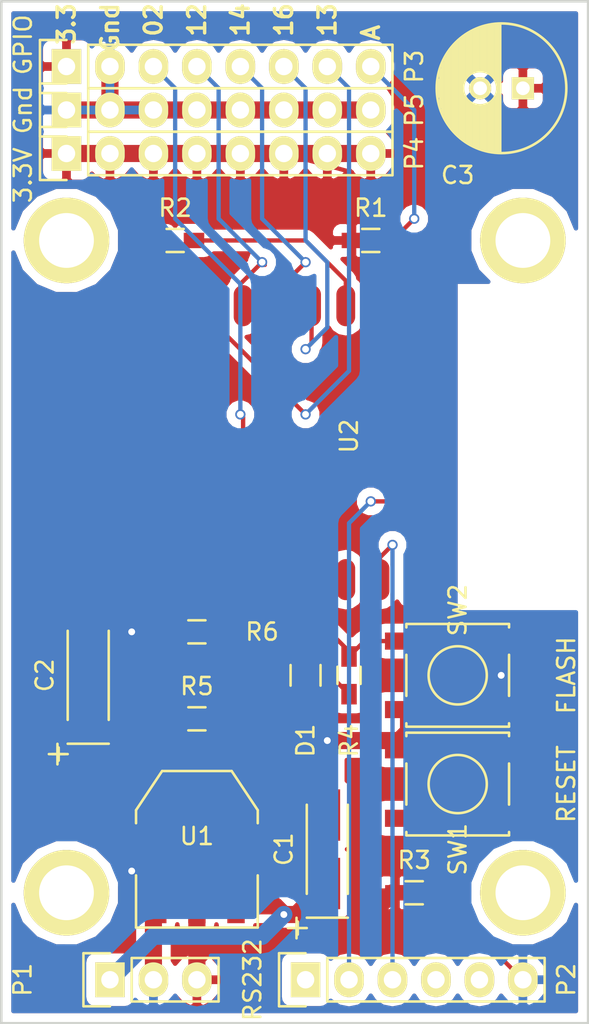
<source format=kicad_pcb>
(kicad_pcb (version 4) (host pcbnew 4.0.1-stable)

  (general
    (links 60)
    (no_connects 3)
    (area 153.594999 90.07 188.035001 150.049762)
    (thickness 1.6)
    (drawings 14)
    (tracks 180)
    (zones 0)
    (modules 23)
    (nets 28)
  )

  (page A4)
  (title_block
    (title "ESP8266 Breakout")
  )

  (layers
    (0 F.Cu signal)
    (31 B.Cu signal)
    (32 B.Adhes user)
    (33 F.Adhes user)
    (34 B.Paste user)
    (35 F.Paste user)
    (36 B.SilkS user)
    (37 F.SilkS user)
    (38 B.Mask user)
    (39 F.Mask user)
    (40 Dwgs.User user)
    (41 Cmts.User user)
    (42 Eco1.User user)
    (43 Eco2.User user)
    (44 Edge.Cuts user)
    (45 Margin user)
    (46 B.CrtYd user)
    (47 F.CrtYd user)
    (48 B.Fab user)
    (49 F.Fab user)
  )

  (setup
    (last_trace_width 0.25)
    (trace_clearance 0.25)
    (zone_clearance 0.508)
    (zone_45_only no)
    (trace_min 0.25)
    (segment_width 0.2)
    (edge_width 0.15)
    (via_size 0.6)
    (via_drill 0.4)
    (via_min_size 0.4)
    (via_min_drill 0.3)
    (uvia_size 0.3)
    (uvia_drill 0.1)
    (uvias_allowed no)
    (uvia_min_size 0.2)
    (uvia_min_drill 0.1)
    (pcb_text_width 0.3)
    (pcb_text_size 1.5 1.5)
    (mod_edge_width 0.15)
    (mod_text_size 1 1)
    (mod_text_width 0.15)
    (pad_size 5 5)
    (pad_drill 3.2)
    (pad_to_mask_clearance 0.2)
    (aux_axis_origin 0 0)
    (visible_elements FFFFFF7F)
    (pcbplotparams
      (layerselection 0x210f0_80000001)
      (usegerberextensions true)
      (excludeedgelayer true)
      (linewidth 0.100000)
      (plotframeref false)
      (viasonmask false)
      (mode 1)
      (useauxorigin false)
      (hpglpennumber 1)
      (hpglpenspeed 20)
      (hpglpendiameter 15)
      (hpglpenoverlay 2)
      (psnegative false)
      (psa4output false)
      (plotreference true)
      (plotvalue true)
      (plotinvisibletext false)
      (padsonsilk false)
      (subtractmaskfromsilk false)
      (outputformat 1)
      (mirror false)
      (drillshape 0)
      (scaleselection 1)
      (outputdirectory ""))
  )

  (net 0 "")
  (net 1 GNDPWR)
  (net 2 +5V)
  (net 3 +3V3)
  (net 4 "Net-(D1-Pad1)")
  (net 5 "Net-(P2-Pad1)")
  (net 6 /ESP_TX_OUT)
  (net 7 /ESP_RX_IN)
  (net 8 "Net-(P2-Pad4)")
  (net 9 "Net-(P2-Pad5)")
  (net 10 /ESP_GPIO2)
  (net 11 /ESP_GPIO12)
  (net 12 /ESP_GPIO14)
  (net 13 /ESP_GPIO16)
  (net 14 /ESP_GPIO13)
  (net 15 /ESP_ADC)
  (net 16 /ESP_CH_PD)
  (net 17 /ESP_RESET)
  (net 18 /ESP_GPIO0)
  (net 19 /ESP_GPIO15)
  (net 20 "Net-(U2-Pad9)")
  (net 21 "Net-(U2-Pad10)")
  (net 22 "Net-(U2-Pad11)")
  (net 23 "Net-(U2-Pad12)")
  (net 24 "Net-(U2-Pad13)")
  (net 25 "Net-(U2-Pad14)")
  (net 26 "Net-(U2-Pad19)")
  (net 27 "Net-(U2-Pad20)")

  (net_class Default "This is the default net class."
    (clearance 0.25)
    (trace_width 0.25)
    (via_dia 0.6)
    (via_drill 0.4)
    (uvia_dia 0.3)
    (uvia_drill 0.1)
    (add_net /ESP_ADC)
    (add_net /ESP_CH_PD)
    (add_net /ESP_GPIO0)
    (add_net /ESP_GPIO12)
    (add_net /ESP_GPIO13)
    (add_net /ESP_GPIO14)
    (add_net /ESP_GPIO15)
    (add_net /ESP_GPIO16)
    (add_net /ESP_GPIO2)
    (add_net /ESP_RESET)
    (add_net /ESP_RX_IN)
    (add_net /ESP_TX_OUT)
    (add_net "Net-(D1-Pad1)")
    (add_net "Net-(P2-Pad1)")
    (add_net "Net-(P2-Pad4)")
    (add_net "Net-(P2-Pad5)")
    (add_net "Net-(U2-Pad10)")
    (add_net "Net-(U2-Pad11)")
    (add_net "Net-(U2-Pad12)")
    (add_net "Net-(U2-Pad13)")
    (add_net "Net-(U2-Pad14)")
    (add_net "Net-(U2-Pad19)")
    (add_net "Net-(U2-Pad20)")
    (add_net "Net-(U2-Pad9)")
  )

  (net_class Power ""
    (clearance 0.25)
    (trace_width 1)
    (via_dia 1)
    (via_drill 0.4)
    (uvia_dia 0.3)
    (uvia_drill 0.1)
    (add_net +3V3)
    (add_net +5V)
    (add_net GNDPWR)
  )

  (net_class "Power Small" ""
    (clearance 0.25)
    (trace_width 0.25)
    (via_dia 0.6)
    (via_drill 0.4)
    (uvia_dia 0.3)
    (uvia_drill 0.1)
  )

  (module Capacitors_Tantalum_SMD:TantalC_SizeA_EIA-3216_HandSoldering (layer F.Cu) (tedit 56AE230C) (tstamp 56ACEEF8)
    (at 172.72 139.7 90)
    (descr "Tantal Cap. , Size A, EIA-3216, Hand Soldering,")
    (tags "Tantal Cap. , Size A, EIA-3216, Hand Soldering,")
    (path /56ACCB59)
    (attr smd)
    (fp_text reference C1 (at 0 -2.54 90) (layer F.SilkS)
      (effects (font (size 1 1) (thickness 0.15)))
    )
    (fp_text value 10u (at 0 2.54 90) (layer F.Fab)
      (effects (font (size 1 1) (thickness 0.15)))
    )
    (fp_text user + (at -4.59994 -1.80086 90) (layer F.SilkS)
      (effects (font (size 1 1) (thickness 0.15)))
    )
    (fp_line (start -2.60096 1.19888) (end 2.60096 1.19888) (layer F.SilkS) (width 0.15))
    (fp_line (start 2.60096 -1.19888) (end -2.60096 -1.19888) (layer F.SilkS) (width 0.15))
    (fp_line (start -4.59994 -2.2987) (end -4.59994 -1.19888) (layer F.SilkS) (width 0.15))
    (fp_line (start -5.19938 -1.79832) (end -4.0005 -1.79832) (layer F.SilkS) (width 0.15))
    (fp_line (start -3.99542 -1.19888) (end -3.99542 1.19888) (layer F.SilkS) (width 0.15))
    (pad 2 smd rect (at 1.99898 0 90) (size 2.99974 1.50114) (layers F.Cu F.Paste F.Mask)
      (net 1 GNDPWR))
    (pad 1 smd rect (at -1.99898 0 90) (size 2.99974 1.50114) (layers F.Cu F.Paste F.Mask)
      (net 2 +5V))
    (model Capacitors_Tantalum_SMD.3dshapes/TantalC_SizeA_EIA-3216_HandSoldering.wrl
      (at (xyz 0 0 0))
      (scale (xyz 1 1 1))
      (rotate (xyz 0 0 180))
    )
  )

  (module Capacitors_Tantalum_SMD:TantalC_SizeA_EIA-3216_HandSoldering (layer F.Cu) (tedit 56BB6050) (tstamp 56ACEEFE)
    (at 158.75 129.54 90)
    (descr "Tantal Cap. , Size A, EIA-3216, Hand Soldering,")
    (tags "Tantal Cap. , Size A, EIA-3216, Hand Soldering,")
    (path /56ACCB8D)
    (attr smd)
    (fp_text reference C2 (at 0 -2.54 90) (layer F.SilkS)
      (effects (font (size 1 1) (thickness 0.15)))
    )
    (fp_text value 10u (at 0 2.54 90) (layer F.Fab)
      (effects (font (size 1 1) (thickness 0.15)))
    )
    (fp_text user + (at -4.59994 -1.80086 90) (layer F.SilkS)
      (effects (font (size 1 1) (thickness 0.15)))
    )
    (fp_line (start -2.60096 1.19888) (end 2.60096 1.19888) (layer F.SilkS) (width 0.15))
    (fp_line (start 2.60096 -1.19888) (end -2.60096 -1.19888) (layer F.SilkS) (width 0.15))
    (fp_line (start -4.59994 -2.2987) (end -4.59994 -1.19888) (layer F.SilkS) (width 0.15))
    (fp_line (start -5.19938 -1.79832) (end -4.0005 -1.79832) (layer F.SilkS) (width 0.15))
    (fp_line (start -3.99542 -1.19888) (end -3.99542 1.19888) (layer F.SilkS) (width 0.15))
    (pad 2 smd rect (at 1.99898 0 90) (size 2.99974 1.50114) (layers F.Cu F.Paste F.Mask)
      (net 1 GNDPWR))
    (pad 1 smd rect (at -1.99898 0 90) (size 2.99974 1.50114) (layers F.Cu F.Paste F.Mask)
      (net 3 +3V3))
    (model Capacitors_Tantalum_SMD.3dshapes/TantalC_SizeA_EIA-3216_HandSoldering.wrl
      (at (xyz 0 0 0))
      (scale (xyz 1 1 1))
      (rotate (xyz 0 0 180))
    )
  )

  (module Resistors_SMD:R_0805_HandSoldering (layer F.Cu) (tedit 56AE0CAE) (tstamp 56ACEF04)
    (at 171.45 129.54 270)
    (descr "Resistor SMD 0805, hand soldering")
    (tags "resistor 0805")
    (path /56ACC55C)
    (attr smd)
    (fp_text reference D1 (at 3.81 0 270) (layer F.SilkS)
      (effects (font (size 1 1) (thickness 0.15)))
    )
    (fp_text value LED (at 0 2.1 270) (layer F.Fab)
      (effects (font (size 1 1) (thickness 0.15)))
    )
    (fp_line (start -2.4 -1) (end 2.4 -1) (layer F.CrtYd) (width 0.05))
    (fp_line (start -2.4 1) (end 2.4 1) (layer F.CrtYd) (width 0.05))
    (fp_line (start -2.4 -1) (end -2.4 1) (layer F.CrtYd) (width 0.05))
    (fp_line (start 2.4 -1) (end 2.4 1) (layer F.CrtYd) (width 0.05))
    (fp_line (start 0.6 0.875) (end -0.6 0.875) (layer F.SilkS) (width 0.15))
    (fp_line (start -0.6 -0.875) (end 0.6 -0.875) (layer F.SilkS) (width 0.15))
    (pad 1 smd rect (at -1.35 0 270) (size 1.5 1.3) (layers F.Cu F.Paste F.Mask)
      (net 4 "Net-(D1-Pad1)"))
    (pad 2 smd rect (at 1.35 0 270) (size 1.5 1.3) (layers F.Cu F.Paste F.Mask)
      (net 3 +3V3))
    (model Resistors_SMD.3dshapes/R_0805_HandSoldering.wrl
      (at (xyz 0 0 0))
      (scale (xyz 1 1 1))
      (rotate (xyz 0 0 0))
    )
  )

  (module Pin_Headers:Pin_Header_Straight_1x03 (layer F.Cu) (tedit 56ADF74B) (tstamp 56ACEF0B)
    (at 160.02 147.32 90)
    (descr "Through hole pin header")
    (tags "pin header")
    (path /56ACC819)
    (fp_text reference P1 (at 0 -5.1 90) (layer F.SilkS)
      (effects (font (size 1 1) (thickness 0.15)))
    )
    (fp_text value PWR (at 0 -3.1 90) (layer F.Fab)
      (effects (font (size 1 1) (thickness 0.15)))
    )
    (fp_line (start -1.75 -1.75) (end -1.75 6.85) (layer F.CrtYd) (width 0.05))
    (fp_line (start 1.75 -1.75) (end 1.75 6.85) (layer F.CrtYd) (width 0.05))
    (fp_line (start -1.75 -1.75) (end 1.75 -1.75) (layer F.CrtYd) (width 0.05))
    (fp_line (start -1.75 6.85) (end 1.75 6.85) (layer F.CrtYd) (width 0.05))
    (fp_line (start -1.27 1.27) (end -1.27 6.35) (layer F.SilkS) (width 0.15))
    (fp_line (start -1.27 6.35) (end 1.27 6.35) (layer F.SilkS) (width 0.15))
    (fp_line (start 1.27 6.35) (end 1.27 1.27) (layer F.SilkS) (width 0.15))
    (fp_line (start 1.55 -1.55) (end 1.55 0) (layer F.SilkS) (width 0.15))
    (fp_line (start 1.27 1.27) (end -1.27 1.27) (layer F.SilkS) (width 0.15))
    (fp_line (start -1.55 0) (end -1.55 -1.55) (layer F.SilkS) (width 0.15))
    (fp_line (start -1.55 -1.55) (end 1.55 -1.55) (layer F.SilkS) (width 0.15))
    (pad 1 thru_hole rect (at 0 0 90) (size 2.032 1.7272) (drill 1.016) (layers *.Cu *.Mask F.SilkS)
      (net 2 +5V))
    (pad 2 thru_hole oval (at 0 2.54 90) (size 2.032 1.7272) (drill 1.016) (layers *.Cu *.Mask F.SilkS)
      (net 1 GNDPWR))
    (pad 3 thru_hole oval (at 0 5.08 90) (size 2.032 1.7272) (drill 1.016) (layers *.Cu *.Mask F.SilkS)
      (net 3 +3V3))
    (model Pin_Headers.3dshapes/Pin_Header_Straight_1x03.wrl
      (at (xyz 0 -0.1 0))
      (scale (xyz 1 1 1))
      (rotate (xyz 0 0 90))
    )
  )

  (module Pin_Headers:Pin_Header_Straight_1x06 (layer F.Cu) (tedit 56B9C03E) (tstamp 56ACEF15)
    (at 171.45 147.32 90)
    (descr "Through hole pin header")
    (tags "pin header")
    (path /56ACCDA2)
    (fp_text reference P2 (at 0 15.24 90) (layer F.SilkS)
      (effects (font (size 1 1) (thickness 0.15)))
    )
    (fp_text value RS232 (at 0 -3.1 90) (layer F.SilkS)
      (effects (font (size 1 1) (thickness 0.15)))
    )
    (fp_line (start -1.75 -1.75) (end -1.75 14.45) (layer F.CrtYd) (width 0.05))
    (fp_line (start 1.75 -1.75) (end 1.75 14.45) (layer F.CrtYd) (width 0.05))
    (fp_line (start -1.75 -1.75) (end 1.75 -1.75) (layer F.CrtYd) (width 0.05))
    (fp_line (start -1.75 14.45) (end 1.75 14.45) (layer F.CrtYd) (width 0.05))
    (fp_line (start 1.27 1.27) (end 1.27 13.97) (layer F.SilkS) (width 0.15))
    (fp_line (start 1.27 13.97) (end -1.27 13.97) (layer F.SilkS) (width 0.15))
    (fp_line (start -1.27 13.97) (end -1.27 1.27) (layer F.SilkS) (width 0.15))
    (fp_line (start 1.55 -1.55) (end 1.55 0) (layer F.SilkS) (width 0.15))
    (fp_line (start 1.27 1.27) (end -1.27 1.27) (layer F.SilkS) (width 0.15))
    (fp_line (start -1.55 0) (end -1.55 -1.55) (layer F.SilkS) (width 0.15))
    (fp_line (start -1.55 -1.55) (end 1.55 -1.55) (layer F.SilkS) (width 0.15))
    (pad 1 thru_hole rect (at 0 0 90) (size 2.032 1.7272) (drill 1.016) (layers *.Cu *.Mask F.SilkS)
      (net 5 "Net-(P2-Pad1)"))
    (pad 2 thru_hole oval (at 0 2.54 90) (size 2.032 1.7272) (drill 1.016) (layers *.Cu *.Mask F.SilkS)
      (net 6 /ESP_TX_OUT))
    (pad 3 thru_hole oval (at 0 5.08 90) (size 2.032 1.7272) (drill 1.016) (layers *.Cu *.Mask F.SilkS)
      (net 7 /ESP_RX_IN))
    (pad 4 thru_hole oval (at 0 7.62 90) (size 2.032 1.7272) (drill 1.016) (layers *.Cu *.Mask F.SilkS)
      (net 8 "Net-(P2-Pad4)"))
    (pad 5 thru_hole oval (at 0 10.16 90) (size 2.032 1.7272) (drill 1.016) (layers *.Cu *.Mask F.SilkS)
      (net 9 "Net-(P2-Pad5)"))
    (pad 6 thru_hole oval (at 0 12.7 90) (size 2.032 1.7272) (drill 1.016) (layers *.Cu *.Mask F.SilkS)
      (net 1 GNDPWR))
    (model Pin_Headers.3dshapes/Pin_Header_Straight_1x06.wrl
      (at (xyz 0 -0.25 0))
      (scale (xyz 1 1 1))
      (rotate (xyz 0 0 90))
    )
  )

  (module Pin_Headers:Pin_Header_Straight_1x08 (layer F.Cu) (tedit 56BB66BA) (tstamp 56ACEF21)
    (at 157.48 93.98 90)
    (descr "Through hole pin header")
    (tags "pin header")
    (path /56ACD1BC)
    (fp_text reference P3 (at 0 20.32 90) (layer F.SilkS)
      (effects (font (size 1 1) (thickness 0.15)))
    )
    (fp_text value GPIO (at 1.27 -2.54 90) (layer F.SilkS)
      (effects (font (size 1 1) (thickness 0.15)))
    )
    (fp_line (start -1.75 -1.75) (end -1.75 19.55) (layer F.CrtYd) (width 0.05))
    (fp_line (start 1.75 -1.75) (end 1.75 19.55) (layer F.CrtYd) (width 0.05))
    (fp_line (start -1.75 -1.75) (end 1.75 -1.75) (layer F.CrtYd) (width 0.05))
    (fp_line (start -1.75 19.55) (end 1.75 19.55) (layer F.CrtYd) (width 0.05))
    (fp_line (start 1.27 1.27) (end 1.27 19.05) (layer F.SilkS) (width 0.15))
    (fp_line (start 1.27 19.05) (end -1.27 19.05) (layer F.SilkS) (width 0.15))
    (fp_line (start -1.27 19.05) (end -1.27 1.27) (layer F.SilkS) (width 0.15))
    (fp_line (start 1.55 -1.55) (end 1.55 0) (layer F.SilkS) (width 0.15))
    (fp_line (start 1.27 1.27) (end -1.27 1.27) (layer F.SilkS) (width 0.15))
    (fp_line (start -1.55 0) (end -1.55 -1.55) (layer F.SilkS) (width 0.15))
    (fp_line (start -1.55 -1.55) (end 1.55 -1.55) (layer F.SilkS) (width 0.15))
    (pad 1 thru_hole rect (at 0 0 90) (size 2.032 1.7272) (drill 1.016) (layers *.Cu *.Mask F.SilkS)
      (net 3 +3V3))
    (pad 2 thru_hole oval (at 0 2.54 90) (size 2.032 1.7272) (drill 1.016) (layers *.Cu *.Mask F.SilkS)
      (net 1 GNDPWR))
    (pad 3 thru_hole oval (at 0 5.08 90) (size 2.032 1.7272) (drill 1.016) (layers *.Cu *.Mask F.SilkS)
      (net 10 /ESP_GPIO2))
    (pad 4 thru_hole oval (at 0 7.62 90) (size 2.032 1.7272) (drill 1.016) (layers *.Cu *.Mask F.SilkS)
      (net 11 /ESP_GPIO12))
    (pad 5 thru_hole oval (at 0 10.16 90) (size 2.032 1.7272) (drill 1.016) (layers *.Cu *.Mask F.SilkS)
      (net 12 /ESP_GPIO14))
    (pad 6 thru_hole oval (at 0 12.7 90) (size 2.032 1.7272) (drill 1.016) (layers *.Cu *.Mask F.SilkS)
      (net 13 /ESP_GPIO16))
    (pad 7 thru_hole oval (at 0 15.24 90) (size 2.032 1.7272) (drill 1.016) (layers *.Cu *.Mask F.SilkS)
      (net 14 /ESP_GPIO13))
    (pad 8 thru_hole oval (at 0 17.78 90) (size 2.032 1.7272) (drill 1.016) (layers *.Cu *.Mask F.SilkS)
      (net 15 /ESP_ADC))
    (model Pin_Headers.3dshapes/Pin_Header_Straight_1x08.wrl
      (at (xyz 0 -0.35 0))
      (scale (xyz 1 1 1))
      (rotate (xyz 0 0 90))
    )
  )

  (module Pin_Headers:Pin_Header_Straight_1x08 (layer F.Cu) (tedit 56BB66A6) (tstamp 56ACEF2D)
    (at 157.48 99.06 90)
    (descr "Through hole pin header")
    (tags "pin header")
    (path /56ACD67D)
    (fp_text reference P4 (at 0 20.32 90) (layer F.SilkS)
      (effects (font (size 1 1) (thickness 0.15)))
    )
    (fp_text value 3.3V (at -1.27 -2.54 90) (layer F.SilkS)
      (effects (font (size 1 1) (thickness 0.15)))
    )
    (fp_line (start -1.75 -1.75) (end -1.75 19.55) (layer F.CrtYd) (width 0.05))
    (fp_line (start 1.75 -1.75) (end 1.75 19.55) (layer F.CrtYd) (width 0.05))
    (fp_line (start -1.75 -1.75) (end 1.75 -1.75) (layer F.CrtYd) (width 0.05))
    (fp_line (start -1.75 19.55) (end 1.75 19.55) (layer F.CrtYd) (width 0.05))
    (fp_line (start 1.27 1.27) (end 1.27 19.05) (layer F.SilkS) (width 0.15))
    (fp_line (start 1.27 19.05) (end -1.27 19.05) (layer F.SilkS) (width 0.15))
    (fp_line (start -1.27 19.05) (end -1.27 1.27) (layer F.SilkS) (width 0.15))
    (fp_line (start 1.55 -1.55) (end 1.55 0) (layer F.SilkS) (width 0.15))
    (fp_line (start 1.27 1.27) (end -1.27 1.27) (layer F.SilkS) (width 0.15))
    (fp_line (start -1.55 0) (end -1.55 -1.55) (layer F.SilkS) (width 0.15))
    (fp_line (start -1.55 -1.55) (end 1.55 -1.55) (layer F.SilkS) (width 0.15))
    (pad 1 thru_hole rect (at 0 0 90) (size 2.032 1.7272) (drill 1.016) (layers *.Cu *.Mask F.SilkS)
      (net 3 +3V3))
    (pad 2 thru_hole oval (at 0 2.54 90) (size 2.032 1.7272) (drill 1.016) (layers *.Cu *.Mask F.SilkS)
      (net 3 +3V3))
    (pad 3 thru_hole oval (at 0 5.08 90) (size 2.032 1.7272) (drill 1.016) (layers *.Cu *.Mask F.SilkS)
      (net 3 +3V3))
    (pad 4 thru_hole oval (at 0 7.62 90) (size 2.032 1.7272) (drill 1.016) (layers *.Cu *.Mask F.SilkS)
      (net 3 +3V3))
    (pad 5 thru_hole oval (at 0 10.16 90) (size 2.032 1.7272) (drill 1.016) (layers *.Cu *.Mask F.SilkS)
      (net 3 +3V3))
    (pad 6 thru_hole oval (at 0 12.7 90) (size 2.032 1.7272) (drill 1.016) (layers *.Cu *.Mask F.SilkS)
      (net 3 +3V3))
    (pad 7 thru_hole oval (at 0 15.24 90) (size 2.032 1.7272) (drill 1.016) (layers *.Cu *.Mask F.SilkS)
      (net 3 +3V3))
    (pad 8 thru_hole oval (at 0 17.78 90) (size 2.032 1.7272) (drill 1.016) (layers *.Cu *.Mask F.SilkS)
      (net 3 +3V3))
    (model Pin_Headers.3dshapes/Pin_Header_Straight_1x08.wrl
      (at (xyz 0 -0.35 0))
      (scale (xyz 1 1 1))
      (rotate (xyz 0 0 90))
    )
  )

  (module Pin_Headers:Pin_Header_Straight_1x08 (layer F.Cu) (tedit 56BB66B0) (tstamp 56ACEF39)
    (at 157.48 96.52 90)
    (descr "Through hole pin header")
    (tags "pin header")
    (path /56ACD91B)
    (fp_text reference P5 (at 0 20.32 90) (layer F.SilkS)
      (effects (font (size 1 1) (thickness 0.15)))
    )
    (fp_text value Gnd (at 0 -2.54 90) (layer F.SilkS)
      (effects (font (size 1 1) (thickness 0.15)))
    )
    (fp_line (start -1.75 -1.75) (end -1.75 19.55) (layer F.CrtYd) (width 0.05))
    (fp_line (start 1.75 -1.75) (end 1.75 19.55) (layer F.CrtYd) (width 0.05))
    (fp_line (start -1.75 -1.75) (end 1.75 -1.75) (layer F.CrtYd) (width 0.05))
    (fp_line (start -1.75 19.55) (end 1.75 19.55) (layer F.CrtYd) (width 0.05))
    (fp_line (start 1.27 1.27) (end 1.27 19.05) (layer F.SilkS) (width 0.15))
    (fp_line (start 1.27 19.05) (end -1.27 19.05) (layer F.SilkS) (width 0.15))
    (fp_line (start -1.27 19.05) (end -1.27 1.27) (layer F.SilkS) (width 0.15))
    (fp_line (start 1.55 -1.55) (end 1.55 0) (layer F.SilkS) (width 0.15))
    (fp_line (start 1.27 1.27) (end -1.27 1.27) (layer F.SilkS) (width 0.15))
    (fp_line (start -1.55 0) (end -1.55 -1.55) (layer F.SilkS) (width 0.15))
    (fp_line (start -1.55 -1.55) (end 1.55 -1.55) (layer F.SilkS) (width 0.15))
    (pad 1 thru_hole rect (at 0 0 90) (size 2.032 1.7272) (drill 1.016) (layers *.Cu *.Mask F.SilkS)
      (net 1 GNDPWR))
    (pad 2 thru_hole oval (at 0 2.54 90) (size 2.032 1.7272) (drill 1.016) (layers *.Cu *.Mask F.SilkS)
      (net 1 GNDPWR))
    (pad 3 thru_hole oval (at 0 5.08 90) (size 2.032 1.7272) (drill 1.016) (layers *.Cu *.Mask F.SilkS)
      (net 1 GNDPWR))
    (pad 4 thru_hole oval (at 0 7.62 90) (size 2.032 1.7272) (drill 1.016) (layers *.Cu *.Mask F.SilkS)
      (net 1 GNDPWR))
    (pad 5 thru_hole oval (at 0 10.16 90) (size 2.032 1.7272) (drill 1.016) (layers *.Cu *.Mask F.SilkS)
      (net 1 GNDPWR))
    (pad 6 thru_hole oval (at 0 12.7 90) (size 2.032 1.7272) (drill 1.016) (layers *.Cu *.Mask F.SilkS)
      (net 1 GNDPWR))
    (pad 7 thru_hole oval (at 0 15.24 90) (size 2.032 1.7272) (drill 1.016) (layers *.Cu *.Mask F.SilkS)
      (net 1 GNDPWR))
    (pad 8 thru_hole oval (at 0 17.78 90) (size 2.032 1.7272) (drill 1.016) (layers *.Cu *.Mask F.SilkS)
      (net 1 GNDPWR))
    (model Pin_Headers.3dshapes/Pin_Header_Straight_1x08.wrl
      (at (xyz 0 -0.35 0))
      (scale (xyz 1 1 1))
      (rotate (xyz 0 0 90))
    )
  )

  (module Resistors_SMD:R_0603_HandSoldering (layer F.Cu) (tedit 5418A00F) (tstamp 56ACEF3F)
    (at 175.26 104.14)
    (descr "Resistor SMD 0603, hand soldering")
    (tags "resistor 0603")
    (path /56ACDD84)
    (attr smd)
    (fp_text reference R1 (at 0 -1.9) (layer F.SilkS)
      (effects (font (size 1 1) (thickness 0.15)))
    )
    (fp_text value 470k (at 0 1.9) (layer F.Fab)
      (effects (font (size 1 1) (thickness 0.15)))
    )
    (fp_line (start -2 -0.8) (end 2 -0.8) (layer F.CrtYd) (width 0.05))
    (fp_line (start -2 0.8) (end 2 0.8) (layer F.CrtYd) (width 0.05))
    (fp_line (start -2 -0.8) (end -2 0.8) (layer F.CrtYd) (width 0.05))
    (fp_line (start 2 -0.8) (end 2 0.8) (layer F.CrtYd) (width 0.05))
    (fp_line (start 0.5 0.675) (end -0.5 0.675) (layer F.SilkS) (width 0.15))
    (fp_line (start -0.5 -0.675) (end 0.5 -0.675) (layer F.SilkS) (width 0.15))
    (pad 1 smd rect (at -1.1 0) (size 1.2 0.9) (layers F.Cu F.Paste F.Mask)
      (net 3 +3V3))
    (pad 2 smd rect (at 1.1 0) (size 1.2 0.9) (layers F.Cu F.Paste F.Mask)
      (net 15 /ESP_ADC))
    (model Resistors_SMD.3dshapes/R_0603_HandSoldering.wrl
      (at (xyz 0 0 0))
      (scale (xyz 1 1 1))
      (rotate (xyz 0 0 0))
    )
  )

  (module Resistors_SMD:R_0603_HandSoldering (layer F.Cu) (tedit 5418A00F) (tstamp 56ACEF45)
    (at 163.83 104.14)
    (descr "Resistor SMD 0603, hand soldering")
    (tags "resistor 0603")
    (path /56ACBF8E)
    (attr smd)
    (fp_text reference R2 (at 0 -1.9) (layer F.SilkS)
      (effects (font (size 1 1) (thickness 0.15)))
    )
    (fp_text value 10k (at 0 1.9) (layer F.Fab)
      (effects (font (size 1 1) (thickness 0.15)))
    )
    (fp_line (start -2 -0.8) (end 2 -0.8) (layer F.CrtYd) (width 0.05))
    (fp_line (start -2 0.8) (end 2 0.8) (layer F.CrtYd) (width 0.05))
    (fp_line (start -2 -0.8) (end -2 0.8) (layer F.CrtYd) (width 0.05))
    (fp_line (start 2 -0.8) (end 2 0.8) (layer F.CrtYd) (width 0.05))
    (fp_line (start 0.5 0.675) (end -0.5 0.675) (layer F.SilkS) (width 0.15))
    (fp_line (start -0.5 -0.675) (end 0.5 -0.675) (layer F.SilkS) (width 0.15))
    (pad 1 smd rect (at -1.1 0) (size 1.2 0.9) (layers F.Cu F.Paste F.Mask)
      (net 3 +3V3))
    (pad 2 smd rect (at 1.1 0) (size 1.2 0.9) (layers F.Cu F.Paste F.Mask)
      (net 16 /ESP_CH_PD))
    (model Resistors_SMD.3dshapes/R_0603_HandSoldering.wrl
      (at (xyz 0 0 0))
      (scale (xyz 1 1 1))
      (rotate (xyz 0 0 0))
    )
  )

  (module Resistors_SMD:R_0603_HandSoldering (layer F.Cu) (tedit 56B9C072) (tstamp 56ACEF4B)
    (at 177.8 142.24)
    (descr "Resistor SMD 0603, hand soldering")
    (tags "resistor 0603")
    (path /56ACC270)
    (attr smd)
    (fp_text reference R3 (at 0 -1.9) (layer F.SilkS)
      (effects (font (size 1 1) (thickness 0.15)))
    )
    (fp_text value 10k (at 0 1.9) (layer F.Fab)
      (effects (font (size 1 1) (thickness 0.15)))
    )
    (fp_line (start -2 -0.8) (end 2 -0.8) (layer F.CrtYd) (width 0.05))
    (fp_line (start -2 0.8) (end 2 0.8) (layer F.CrtYd) (width 0.05))
    (fp_line (start -2 -0.8) (end -2 0.8) (layer F.CrtYd) (width 0.05))
    (fp_line (start 2 -0.8) (end 2 0.8) (layer F.CrtYd) (width 0.05))
    (fp_line (start 0.5 0.675) (end -0.5 0.675) (layer F.SilkS) (width 0.15))
    (fp_line (start -0.5 -0.675) (end 0.5 -0.675) (layer F.SilkS) (width 0.15))
    (pad 1 smd rect (at -1.1 0) (size 1.2 0.9) (layers F.Cu F.Paste F.Mask)
      (net 3 +3V3))
    (pad 2 smd rect (at 1.1 0) (size 1.2 0.9) (layers F.Cu F.Paste F.Mask)
      (net 17 /ESP_RESET))
    (model Resistors_SMD.3dshapes/R_0603_HandSoldering.wrl
      (at (xyz 0 0 0))
      (scale (xyz 1 1 1))
      (rotate (xyz 0 0 0))
    )
  )

  (module Resistors_SMD:R_0603_HandSoldering (layer F.Cu) (tedit 56AE0CAA) (tstamp 56ACEF51)
    (at 173.99 129.54 90)
    (descr "Resistor SMD 0603, hand soldering")
    (tags "resistor 0603")
    (path /56ACC297)
    (attr smd)
    (fp_text reference R4 (at -3.81 0 90) (layer F.SilkS)
      (effects (font (size 1 1) (thickness 0.15)))
    )
    (fp_text value 330R (at 0 1.9 90) (layer F.Fab)
      (effects (font (size 1 1) (thickness 0.15)))
    )
    (fp_line (start -2 -0.8) (end 2 -0.8) (layer F.CrtYd) (width 0.05))
    (fp_line (start -2 0.8) (end 2 0.8) (layer F.CrtYd) (width 0.05))
    (fp_line (start -2 -0.8) (end -2 0.8) (layer F.CrtYd) (width 0.05))
    (fp_line (start 2 -0.8) (end 2 0.8) (layer F.CrtYd) (width 0.05))
    (fp_line (start 0.5 0.675) (end -0.5 0.675) (layer F.SilkS) (width 0.15))
    (fp_line (start -0.5 -0.675) (end 0.5 -0.675) (layer F.SilkS) (width 0.15))
    (pad 1 smd rect (at -1.1 0 90) (size 1.2 0.9) (layers F.Cu F.Paste F.Mask)
      (net 4 "Net-(D1-Pad1)"))
    (pad 2 smd rect (at 1.1 0 90) (size 1.2 0.9) (layers F.Cu F.Paste F.Mask)
      (net 18 /ESP_GPIO0))
    (model Resistors_SMD.3dshapes/R_0603_HandSoldering.wrl
      (at (xyz 0 0 0))
      (scale (xyz 1 1 1))
      (rotate (xyz 0 0 0))
    )
  )

  (module Resistors_SMD:R_0603_HandSoldering (layer F.Cu) (tedit 5418A00F) (tstamp 56ACEF57)
    (at 165.1 132.08)
    (descr "Resistor SMD 0603, hand soldering")
    (tags "resistor 0603")
    (path /56ACBFB2)
    (attr smd)
    (fp_text reference R5 (at 0 -1.9) (layer F.SilkS)
      (effects (font (size 1 1) (thickness 0.15)))
    )
    (fp_text value 10k (at 0 1.9) (layer F.Fab)
      (effects (font (size 1 1) (thickness 0.15)))
    )
    (fp_line (start -2 -0.8) (end 2 -0.8) (layer F.CrtYd) (width 0.05))
    (fp_line (start -2 0.8) (end 2 0.8) (layer F.CrtYd) (width 0.05))
    (fp_line (start -2 -0.8) (end -2 0.8) (layer F.CrtYd) (width 0.05))
    (fp_line (start 2 -0.8) (end 2 0.8) (layer F.CrtYd) (width 0.05))
    (fp_line (start 0.5 0.675) (end -0.5 0.675) (layer F.SilkS) (width 0.15))
    (fp_line (start -0.5 -0.675) (end 0.5 -0.675) (layer F.SilkS) (width 0.15))
    (pad 1 smd rect (at -1.1 0) (size 1.2 0.9) (layers F.Cu F.Paste F.Mask)
      (net 3 +3V3))
    (pad 2 smd rect (at 1.1 0) (size 1.2 0.9) (layers F.Cu F.Paste F.Mask)
      (net 10 /ESP_GPIO2))
    (model Resistors_SMD.3dshapes/R_0603_HandSoldering.wrl
      (at (xyz 0 0 0))
      (scale (xyz 1 1 1))
      (rotate (xyz 0 0 0))
    )
  )

  (module Resistors_SMD:R_0603_HandSoldering (layer F.Cu) (tedit 56AE22E6) (tstamp 56ACEF5D)
    (at 165.1 127 180)
    (descr "Resistor SMD 0603, hand soldering")
    (tags "resistor 0603")
    (path /56ACBFCD)
    (attr smd)
    (fp_text reference R6 (at -3.81 0 180) (layer F.SilkS)
      (effects (font (size 1 1) (thickness 0.15)))
    )
    (fp_text value 10k (at 0 -1.27 180) (layer F.Fab)
      (effects (font (size 1 1) (thickness 0.15)))
    )
    (fp_line (start -2 -0.8) (end 2 -0.8) (layer F.CrtYd) (width 0.05))
    (fp_line (start -2 0.8) (end 2 0.8) (layer F.CrtYd) (width 0.05))
    (fp_line (start -2 -0.8) (end -2 0.8) (layer F.CrtYd) (width 0.05))
    (fp_line (start 2 -0.8) (end 2 0.8) (layer F.CrtYd) (width 0.05))
    (fp_line (start 0.5 0.675) (end -0.5 0.675) (layer F.SilkS) (width 0.15))
    (fp_line (start -0.5 -0.675) (end 0.5 -0.675) (layer F.SilkS) (width 0.15))
    (pad 1 smd rect (at -1.1 0 180) (size 1.2 0.9) (layers F.Cu F.Paste F.Mask)
      (net 19 /ESP_GPIO15))
    (pad 2 smd rect (at 1.1 0 180) (size 1.2 0.9) (layers F.Cu F.Paste F.Mask)
      (net 1 GNDPWR))
    (model Resistors_SMD.3dshapes/R_0603_HandSoldering.wrl
      (at (xyz 0 0 0))
      (scale (xyz 1 1 1))
      (rotate (xyz 0 0 0))
    )
  )

  (module Buttons_Switches_SMD:SW_SPST_EVPBF (layer F.Cu) (tedit 56BB6752) (tstamp 56ACEF65)
    (at 180.34 135.89)
    (descr "Light Touch Switch")
    (path /56ACC1FE)
    (attr smd)
    (fp_text reference SW1 (at 0 3.81 90) (layer F.SilkS)
      (effects (font (size 1 1) (thickness 0.15)))
    )
    (fp_text value RESET (at 0 0 90) (layer F.Fab)
      (effects (font (size 1 1) (thickness 0.15)))
    )
    (fp_line (start -4.5 -3.25) (end 4.5 -3.25) (layer F.CrtYd) (width 0.05))
    (fp_line (start 4.5 -3.25) (end 4.5 3.25) (layer F.CrtYd) (width 0.05))
    (fp_line (start 4.5 3.25) (end -4.5 3.25) (layer F.CrtYd) (width 0.05))
    (fp_line (start -4.5 3.25) (end -4.5 -3.25) (layer F.CrtYd) (width 0.05))
    (fp_line (start 3 -3) (end 3 -2.8) (layer F.SilkS) (width 0.15))
    (fp_line (start 3 3) (end 3 2.8) (layer F.SilkS) (width 0.15))
    (fp_line (start -3 3) (end -3 2.8) (layer F.SilkS) (width 0.15))
    (fp_line (start -3 -3) (end -3 -2.8) (layer F.SilkS) (width 0.15))
    (fp_line (start -3 -1.2) (end -3 1.2) (layer F.SilkS) (width 0.15))
    (fp_line (start 3 -1.2) (end 3 1.2) (layer F.SilkS) (width 0.15))
    (fp_line (start 3 -3) (end -3 -3) (layer F.SilkS) (width 0.15))
    (fp_line (start -3 3) (end 3 3) (layer F.SilkS) (width 0.15))
    (fp_circle (center 0 0) (end 1.7 0) (layer F.SilkS) (width 0.15))
    (pad 1 smd rect (at 2.875 -2) (size 2.75 1) (layers F.Cu F.Paste F.Mask)
      (net 1 GNDPWR))
    (pad 1 smd rect (at -2.875 -2) (size 2.75 1) (layers F.Cu F.Paste F.Mask)
      (net 1 GNDPWR))
    (pad 2 smd rect (at -2.875 2) (size 2.75 1) (layers F.Cu F.Paste F.Mask)
      (net 17 /ESP_RESET))
    (pad 2 smd rect (at 2.875 2) (size 2.75 1) (layers F.Cu F.Paste F.Mask)
      (net 17 /ESP_RESET))
  )

  (module Buttons_Switches_SMD:SW_SPST_EVPBF (layer F.Cu) (tedit 56BB694D) (tstamp 56ACEF6D)
    (at 180.34 129.54 180)
    (descr "Light Touch Switch")
    (path /56ACC241)
    (attr smd)
    (fp_text reference SW2 (at 0 3.81 270) (layer F.SilkS)
      (effects (font (size 1 1) (thickness 0.15)))
    )
    (fp_text value FLASH (at 0 0 270) (layer F.Fab)
      (effects (font (size 1 1) (thickness 0.15)))
    )
    (fp_line (start -4.5 -3.25) (end 4.5 -3.25) (layer F.CrtYd) (width 0.05))
    (fp_line (start 4.5 -3.25) (end 4.5 3.25) (layer F.CrtYd) (width 0.05))
    (fp_line (start 4.5 3.25) (end -4.5 3.25) (layer F.CrtYd) (width 0.05))
    (fp_line (start -4.5 3.25) (end -4.5 -3.25) (layer F.CrtYd) (width 0.05))
    (fp_line (start 3 -3) (end 3 -2.8) (layer F.SilkS) (width 0.15))
    (fp_line (start 3 3) (end 3 2.8) (layer F.SilkS) (width 0.15))
    (fp_line (start -3 3) (end -3 2.8) (layer F.SilkS) (width 0.15))
    (fp_line (start -3 -3) (end -3 -2.8) (layer F.SilkS) (width 0.15))
    (fp_line (start -3 -1.2) (end -3 1.2) (layer F.SilkS) (width 0.15))
    (fp_line (start 3 -1.2) (end 3 1.2) (layer F.SilkS) (width 0.15))
    (fp_line (start 3 -3) (end -3 -3) (layer F.SilkS) (width 0.15))
    (fp_line (start -3 3) (end 3 3) (layer F.SilkS) (width 0.15))
    (fp_circle (center 0 0) (end 1.7 0) (layer F.SilkS) (width 0.15))
    (pad 1 smd rect (at 2.875 -2 180) (size 2.75 1) (layers F.Cu F.Paste F.Mask)
      (net 1 GNDPWR))
    (pad 1 smd rect (at -2.875 -2 180) (size 2.75 1) (layers F.Cu F.Paste F.Mask)
      (net 1 GNDPWR))
    (pad 2 smd rect (at -2.875 2 180) (size 2.75 1) (layers F.Cu F.Paste F.Mask)
      (net 18 /ESP_GPIO0))
    (pad 2 smd rect (at 2.875 2 180) (size 2.75 1) (layers F.Cu F.Paste F.Mask)
      (net 18 /ESP_GPIO0))
  )

  (module TO_SOT_Packages_SMD:SOT-223 (layer F.Cu) (tedit 56ADF739) (tstamp 56ACEF75)
    (at 165.1 139.7)
    (descr "module CMS SOT223 4 pins")
    (tags "CMS SOT")
    (path /56ACC7DA)
    (attr smd)
    (fp_text reference U1 (at 0 -0.762) (layer F.SilkS)
      (effects (font (size 1 1) (thickness 0.15)))
    )
    (fp_text value LM1117-3.3 (at 0 0.762) (layer F.Fab)
      (effects (font (size 1 1) (thickness 0.15)))
    )
    (fp_line (start -3.556 1.524) (end -3.556 4.572) (layer F.SilkS) (width 0.15))
    (fp_line (start -3.556 4.572) (end 3.556 4.572) (layer F.SilkS) (width 0.15))
    (fp_line (start 3.556 4.572) (end 3.556 1.524) (layer F.SilkS) (width 0.15))
    (fp_line (start -3.556 -1.524) (end -3.556 -2.286) (layer F.SilkS) (width 0.15))
    (fp_line (start -3.556 -2.286) (end -2.032 -4.572) (layer F.SilkS) (width 0.15))
    (fp_line (start -2.032 -4.572) (end 2.032 -4.572) (layer F.SilkS) (width 0.15))
    (fp_line (start 2.032 -4.572) (end 3.556 -2.286) (layer F.SilkS) (width 0.15))
    (fp_line (start 3.556 -2.286) (end 3.556 -1.524) (layer F.SilkS) (width 0.15))
    (pad 4 smd rect (at 0 -3.302) (size 3.6576 2.032) (layers F.Cu F.Paste F.Mask)
      (net 3 +3V3))
    (pad 2 smd rect (at 0 3.302) (size 1.016 2.032) (layers F.Cu F.Paste F.Mask)
      (net 3 +3V3))
    (pad 3 smd rect (at 2.286 3.302) (size 1.016 2.032) (layers F.Cu F.Paste F.Mask)
      (net 2 +5V))
    (pad 1 smd rect (at -2.286 3.302) (size 1.016 2.032) (layers F.Cu F.Paste F.Mask)
      (net 1 GNDPWR))
    (model TO_SOT_Packages_SMD.3dshapes/SOT-223.wrl
      (at (xyz 0 0 0))
      (scale (xyz 0.4 0.4 0.4))
      (rotate (xyz 0 0 0))
    )
  )

  (module ESP8266:ESP-12E (layer F.Cu) (tedit 56ADE453) (tstamp 56ACEF8F)
    (at 177.8 107.95 270)
    (descr "Module, ESP-8266, ESP-12, 16 pad, SMD")
    (tags "Module ESP-8266 ESP8266")
    (path /56ACBCA8)
    (fp_text reference U2 (at 7.62 3.81 270) (layer F.SilkS)
      (effects (font (size 1 1) (thickness 0.15)))
    )
    (fp_text value ESP-12E (at 8 1 270) (layer F.Fab)
      (effects (font (size 1 1) (thickness 0.15)))
    )
    (fp_line (start 16 -8.4) (end 0 -2.6) (layer F.CrtYd) (width 0.1524))
    (fp_line (start 0 -8.4) (end 16 -2.6) (layer F.CrtYd) (width 0.1524))
    (fp_text user "No Copper" (at 7.9 -5.4 270) (layer F.CrtYd)
      (effects (font (size 1 1) (thickness 0.15)))
    )
    (fp_line (start 0 -8.4) (end 0 -2.6) (layer F.CrtYd) (width 0.1524))
    (fp_line (start 0 -2.6) (end 16 -2.6) (layer F.CrtYd) (width 0.1524))
    (fp_line (start 16 -2.6) (end 16 -8.4) (layer F.CrtYd) (width 0.1524))
    (fp_line (start 16 -8.4) (end 0 -8.4) (layer F.CrtYd) (width 0.1524))
    (fp_line (start 16 -8.4) (end 16 15.6) (layer F.Fab) (width 0.1524))
    (fp_line (start 16 15.6) (end 0 15.6) (layer F.Fab) (width 0.1524))
    (fp_line (start 0 15.6) (end 0 -8.4) (layer F.Fab) (width 0.1524))
    (fp_line (start 0 -8.4) (end 16 -8.4) (layer F.Fab) (width 0.1524))
    (pad 9 smd oval (at 2.99 15.75) (size 2.4 1.1) (layers F.Cu F.Paste F.Mask)
      (net 20 "Net-(U2-Pad9)"))
    (pad 10 smd oval (at 4.99 15.75) (size 2.4 1.1) (layers F.Cu F.Paste F.Mask)
      (net 21 "Net-(U2-Pad10)"))
    (pad 11 smd oval (at 6.99 15.75) (size 2.4 1.1) (layers F.Cu F.Paste F.Mask)
      (net 22 "Net-(U2-Pad11)"))
    (pad 12 smd oval (at 8.99 15.75) (size 2.4 1.1) (layers F.Cu F.Paste F.Mask)
      (net 23 "Net-(U2-Pad12)"))
    (pad 13 smd oval (at 10.99 15.75) (size 2.4 1.1) (layers F.Cu F.Paste F.Mask)
      (net 24 "Net-(U2-Pad13)"))
    (pad 14 smd oval (at 12.99 15.75) (size 2.4 1.1) (layers F.Cu F.Paste F.Mask)
      (net 25 "Net-(U2-Pad14)"))
    (pad 1 smd rect (at 0 0 270) (size 2.4 1.1) (layers F.Cu F.Paste F.Mask)
      (net 17 /ESP_RESET))
    (pad 2 smd oval (at 0 2 270) (size 2.4 1.1) (layers F.Cu F.Paste F.Mask)
      (net 15 /ESP_ADC))
    (pad 3 smd oval (at 0 4 270) (size 2.4 1.1) (layers F.Cu F.Paste F.Mask)
      (net 16 /ESP_CH_PD))
    (pad 4 smd oval (at 0 6 270) (size 2.4 1.1) (layers F.Cu F.Paste F.Mask)
      (net 13 /ESP_GPIO16))
    (pad 5 smd oval (at 0 8 270) (size 2.4 1.1) (layers F.Cu F.Paste F.Mask)
      (net 12 /ESP_GPIO14))
    (pad 6 smd oval (at 0 10 270) (size 2.4 1.1) (layers F.Cu F.Paste F.Mask)
      (net 11 /ESP_GPIO12))
    (pad 7 smd oval (at 0 12 270) (size 2.4 1.1) (layers F.Cu F.Paste F.Mask)
      (net 14 /ESP_GPIO13))
    (pad 8 smd oval (at 0 14 270) (size 2.4 1.1) (layers F.Cu F.Paste F.Mask)
      (net 3 +3V3))
    (pad 15 smd oval (at 16 14 270) (size 2.4 1.1) (layers F.Cu F.Paste F.Mask)
      (net 1 GNDPWR))
    (pad 16 smd oval (at 16 12 270) (size 2.4 1.1) (layers F.Cu F.Paste F.Mask)
      (net 19 /ESP_GPIO15))
    (pad 17 smd oval (at 16 10 270) (size 2.4 1.1) (layers F.Cu F.Paste F.Mask)
      (net 10 /ESP_GPIO2))
    (pad 18 smd oval (at 16 8 270) (size 2.4 1.1) (layers F.Cu F.Paste F.Mask)
      (net 18 /ESP_GPIO0))
    (pad 19 smd oval (at 16 6 270) (size 2.4 1.1) (layers F.Cu F.Paste F.Mask)
      (net 26 "Net-(U2-Pad19)"))
    (pad 20 smd oval (at 16 4 270) (size 2.4 1.1) (layers F.Cu F.Paste F.Mask)
      (net 27 "Net-(U2-Pad20)"))
    (pad 21 smd oval (at 16 2 270) (size 2.4 1.1) (layers F.Cu F.Paste F.Mask)
      (net 7 /ESP_RX_IN))
    (pad 22 smd oval (at 16 0 270) (size 2.4 1.1) (layers F.Cu F.Paste F.Mask)
      (net 6 /ESP_TX_OUT))
  )

  (module Connect:1pin (layer F.Cu) (tedit 56ADF7EB) (tstamp 56ADE8C2)
    (at 184.15 104.14)
    (descr "module 1 pin (ou trou mecanique de percage)")
    (tags DEV)
    (fp_text reference REF** (at 0 -3.048) (layer F.SilkS) hide
      (effects (font (size 1 1) (thickness 0.15)))
    )
    (fp_text value 1pin (at 0 2.794) (layer F.Fab) hide
      (effects (font (size 1 1) (thickness 0.15)))
    )
    (fp_circle (center 0 0) (end 0 -2.286) (layer F.SilkS) (width 0.15))
    (pad 1 thru_hole circle (at 0 0) (size 5 5) (drill 3.2) (layers *.Cu *.Mask F.SilkS))
  )

  (module Connect:1pin (layer F.Cu) (tedit 56ADF7D1) (tstamp 56ADE8F6)
    (at 157.48 104.14)
    (descr "module 1 pin (ou trou mecanique de percage)")
    (tags DEV)
    (fp_text reference REF** (at 0 -3.048) (layer F.SilkS) hide
      (effects (font (size 1 1) (thickness 0.15)))
    )
    (fp_text value 1pin (at 0 2.794) (layer F.Fab) hide
      (effects (font (size 1 1) (thickness 0.15)))
    )
    (fp_circle (center 0 0) (end 0 -2.286) (layer F.SilkS) (width 0.15))
    (pad 1 thru_hole circle (at 0 0) (size 5 5) (drill 3.2) (layers *.Cu *.Mask F.SilkS))
  )

  (module Connect:1pin (layer F.Cu) (tedit 56ADF802) (tstamp 56ADE908)
    (at 184.15 142.24)
    (descr "module 1 pin (ou trou mecanique de percage)")
    (tags DEV)
    (fp_text reference REF** (at 0 -3.048) (layer F.SilkS) hide
      (effects (font (size 1 1) (thickness 0.15)))
    )
    (fp_text value 1pin (at 0 2.794) (layer F.Fab) hide
      (effects (font (size 1 1) (thickness 0.15)))
    )
    (fp_circle (center 0 0) (end 0 -2.286) (layer F.SilkS) (width 0.15))
    (pad 1 thru_hole circle (at 0 0) (size 5 5) (drill 3.2) (layers *.Cu *.Mask F.SilkS))
  )

  (module Connect:1pin (layer F.Cu) (tedit 56ADF7B8) (tstamp 56ADE9E1)
    (at 157.48 142.24)
    (descr "module 1 pin (ou trou mecanique de percage)")
    (tags DEV)
    (fp_text reference REF** (at 0 -3.048) (layer F.SilkS) hide
      (effects (font (size 1 1) (thickness 0.15)))
    )
    (fp_text value 1pin (at 0 2.794) (layer F.Fab) hide
      (effects (font (size 1 1) (thickness 0.15)))
    )
    (fp_circle (center 0 0) (end 0 -2.286) (layer F.SilkS) (width 0.15))
    (pad 1 thru_hole circle (at 0 0) (size 5 5) (drill 3.2) (layers *.Cu *.Mask F.SilkS))
  )

  (module Capacitors_ThroughHole:C_Radial_D7.5_L11.2_P2.5 (layer F.Cu) (tedit 56AF8C1D) (tstamp 56AF81EC)
    (at 184.15 95.25 180)
    (descr "Radial Electrolytic Capacitor Diameter 7.5mm x Length 11.2mm, Pitch 2.5mm")
    (tags "Electrolytic Capacitor")
    (path /56AF8128)
    (fp_text reference C3 (at 3.81 -5.08 180) (layer F.SilkS)
      (effects (font (size 1 1) (thickness 0.15)))
    )
    (fp_text value 1000u (at 0 -5.08 180) (layer F.Fab)
      (effects (font (size 1 1) (thickness 0.15)))
    )
    (fp_line (start 1.325 -3.749) (end 1.325 3.749) (layer F.SilkS) (width 0.15))
    (fp_line (start 1.465 -3.744) (end 1.465 3.744) (layer F.SilkS) (width 0.15))
    (fp_line (start 1.605 -3.733) (end 1.605 -0.446) (layer F.SilkS) (width 0.15))
    (fp_line (start 1.605 0.446) (end 1.605 3.733) (layer F.SilkS) (width 0.15))
    (fp_line (start 1.745 -3.717) (end 1.745 -0.656) (layer F.SilkS) (width 0.15))
    (fp_line (start 1.745 0.656) (end 1.745 3.717) (layer F.SilkS) (width 0.15))
    (fp_line (start 1.885 -3.696) (end 1.885 -0.789) (layer F.SilkS) (width 0.15))
    (fp_line (start 1.885 0.789) (end 1.885 3.696) (layer F.SilkS) (width 0.15))
    (fp_line (start 2.025 -3.669) (end 2.025 -0.88) (layer F.SilkS) (width 0.15))
    (fp_line (start 2.025 0.88) (end 2.025 3.669) (layer F.SilkS) (width 0.15))
    (fp_line (start 2.165 -3.637) (end 2.165 -0.942) (layer F.SilkS) (width 0.15))
    (fp_line (start 2.165 0.942) (end 2.165 3.637) (layer F.SilkS) (width 0.15))
    (fp_line (start 2.305 -3.599) (end 2.305 -0.981) (layer F.SilkS) (width 0.15))
    (fp_line (start 2.305 0.981) (end 2.305 3.599) (layer F.SilkS) (width 0.15))
    (fp_line (start 2.445 -3.555) (end 2.445 -0.998) (layer F.SilkS) (width 0.15))
    (fp_line (start 2.445 0.998) (end 2.445 3.555) (layer F.SilkS) (width 0.15))
    (fp_line (start 2.585 -3.504) (end 2.585 -0.996) (layer F.SilkS) (width 0.15))
    (fp_line (start 2.585 0.996) (end 2.585 3.504) (layer F.SilkS) (width 0.15))
    (fp_line (start 2.725 -3.448) (end 2.725 -0.974) (layer F.SilkS) (width 0.15))
    (fp_line (start 2.725 0.974) (end 2.725 3.448) (layer F.SilkS) (width 0.15))
    (fp_line (start 2.865 -3.384) (end 2.865 -0.931) (layer F.SilkS) (width 0.15))
    (fp_line (start 2.865 0.931) (end 2.865 3.384) (layer F.SilkS) (width 0.15))
    (fp_line (start 3.005 -3.314) (end 3.005 -0.863) (layer F.SilkS) (width 0.15))
    (fp_line (start 3.005 0.863) (end 3.005 3.314) (layer F.SilkS) (width 0.15))
    (fp_line (start 3.145 -3.236) (end 3.145 -0.764) (layer F.SilkS) (width 0.15))
    (fp_line (start 3.145 0.764) (end 3.145 3.236) (layer F.SilkS) (width 0.15))
    (fp_line (start 3.285 -3.15) (end 3.285 -0.619) (layer F.SilkS) (width 0.15))
    (fp_line (start 3.285 0.619) (end 3.285 3.15) (layer F.SilkS) (width 0.15))
    (fp_line (start 3.425 -3.055) (end 3.425 -0.38) (layer F.SilkS) (width 0.15))
    (fp_line (start 3.425 0.38) (end 3.425 3.055) (layer F.SilkS) (width 0.15))
    (fp_line (start 3.565 -2.95) (end 3.565 2.95) (layer F.SilkS) (width 0.15))
    (fp_line (start 3.705 -2.835) (end 3.705 2.835) (layer F.SilkS) (width 0.15))
    (fp_line (start 3.845 -2.707) (end 3.845 2.707) (layer F.SilkS) (width 0.15))
    (fp_line (start 3.985 -2.566) (end 3.985 2.566) (layer F.SilkS) (width 0.15))
    (fp_line (start 4.125 -2.408) (end 4.125 2.408) (layer F.SilkS) (width 0.15))
    (fp_line (start 4.265 -2.23) (end 4.265 2.23) (layer F.SilkS) (width 0.15))
    (fp_line (start 4.405 -2.027) (end 4.405 2.027) (layer F.SilkS) (width 0.15))
    (fp_line (start 4.545 -1.79) (end 4.545 1.79) (layer F.SilkS) (width 0.15))
    (fp_line (start 4.685 -1.504) (end 4.685 1.504) (layer F.SilkS) (width 0.15))
    (fp_line (start 4.825 -1.132) (end 4.825 1.132) (layer F.SilkS) (width 0.15))
    (fp_line (start 4.965 -0.511) (end 4.965 0.511) (layer F.SilkS) (width 0.15))
    (fp_circle (center 2.5 0) (end 2.5 -1) (layer F.SilkS) (width 0.15))
    (fp_circle (center 1.25 0) (end 1.25 -3.7875) (layer F.SilkS) (width 0.15))
    (fp_circle (center 1.25 0) (end 1.25 -4.1) (layer F.CrtYd) (width 0.05))
    (pad 2 thru_hole circle (at 2.5 0 180) (size 1.3 1.3) (drill 0.8) (layers *.Cu *.Mask F.SilkS)
      (net 1 GNDPWR))
    (pad 1 thru_hole rect (at 0 0 180) (size 1.3 1.3) (drill 0.8) (layers *.Cu *.Mask F.SilkS)
      (net 3 +3V3))
    (model Capacitors_ThroughHole.3dshapes/C_Radial_D7.5_L11.2_P2.5.wrl
      (at (xyz 0 0 0))
      (scale (xyz 1 1 1))
      (rotate (xyz 0 0 0))
    )
  )

  (gr_text FLASH (at 186.69 129.54 90) (layer F.SilkS)
    (effects (font (size 1 1) (thickness 0.15)))
  )
  (gr_text RESET (at 186.69 135.89 90) (layer F.SilkS)
    (effects (font (size 1 1) (thickness 0.15)))
  )
  (gr_text A (at 175.26 91.44 90) (layer F.SilkS)
    (effects (font (size 1 1) (thickness 0.2)) (justify right))
  )
  (gr_text 13 (at 172.72 90.17 90) (layer F.SilkS)
    (effects (font (size 1 1) (thickness 0.2)) (justify right))
  )
  (gr_text 16 (at 170.18 90.17 90) (layer F.SilkS)
    (effects (font (size 1 1) (thickness 0.2)) (justify right))
  )
  (gr_text 14 (at 167.64 90.17 90) (layer F.SilkS)
    (effects (font (size 1 1) (thickness 0.2)) (justify right))
  )
  (gr_text 12 (at 165.1 90.17 90) (layer F.SilkS)
    (effects (font (size 1 1) (thickness 0.2)) (justify right))
  )
  (gr_text 02 (at 162.56 90.17 90) (layer F.SilkS)
    (effects (font (size 1 1) (thickness 0.2)) (justify right))
  )
  (gr_text Gnd (at 160.02 90.17 90) (layer F.SilkS)
    (effects (font (size 1 1) (thickness 0.2)) (justify right))
  )
  (gr_text 3.3 (at 157.48 90.17 90) (layer F.SilkS)
    (effects (font (size 1 1) (thickness 0.2)) (justify right))
  )
  (gr_line (start 153.67 149.86) (end 187.96 149.86) (angle 90) (layer Edge.Cuts) (width 0.15))
  (gr_line (start 153.67 90.17) (end 153.67 149.86) (angle 90) (layer Edge.Cuts) (width 0.15))
  (gr_line (start 187.96 90.17) (end 153.67 90.17) (angle 90) (layer Edge.Cuts) (width 0.15))
  (gr_line (start 187.96 149.86) (end 187.96 90.17) (angle 90) (layer Edge.Cuts) (width 0.15))

  (segment (start 162.56 147.32) (end 162.56 143.256) (width 1) (layer F.Cu) (net 1))
  (segment (start 162.56 143.256) (end 162.814 143.002) (width 1) (layer F.Cu) (net 1) (tstamp 56AE1E2B))
  (segment (start 183.215 133.89) (end 183.215 134.285) (width 0.25) (layer F.Cu) (net 1))
  (segment (start 183.215 134.285) (end 180.34 137.16) (width 0.25) (layer F.Cu) (net 1) (tstamp 56AE18BB))
  (segment (start 180.34 143.51) (end 184.15 147.32) (width 0.25) (layer F.Cu) (net 1) (tstamp 56AE18C8))
  (segment (start 180.34 137.16) (end 180.34 143.51) (width 0.25) (layer F.Cu) (net 1) (tstamp 56AE18C4))
  (segment (start 162.56 143.256) (end 162.814 143.002) (width 0.25) (layer F.Cu) (net 1) (tstamp 56AE185A))
  (segment (start 183.215 131.54) (end 183.215 133.89) (width 0.25) (layer F.Cu) (net 1))
  (segment (start 179.07 109.22) (end 179.07 124.46) (width 0.25) (layer B.Cu) (net 1))
  (segment (start 183.215 129.875) (end 183.215 131.54) (width 0.25) (layer F.Cu) (net 1) (tstamp 56AE169E))
  (segment (start 182.88 129.54) (end 183.215 129.875) (width 0.25) (layer F.Cu) (net 1) (tstamp 56AE169D))
  (via (at 182.88 129.54) (size 0.6) (drill 0.4) (layers F.Cu B.Cu) (net 1))
  (segment (start 182.88 128.27) (end 182.88 129.54) (width 0.25) (layer B.Cu) (net 1) (tstamp 56AE1692))
  (segment (start 179.07 124.46) (end 182.88 128.27) (width 0.25) (layer B.Cu) (net 1) (tstamp 56AE1686))
  (segment (start 172.72 133.35) (end 176.925 133.35) (width 1) (layer F.Cu) (net 1))
  (segment (start 177.465 132.81) (end 177.465 131.54) (width 1) (layer F.Cu) (net 1) (tstamp 56AE124A))
  (segment (start 176.925 133.35) (end 177.465 132.81) (width 1) (layer F.Cu) (net 1) (tstamp 56AE1240))
  (segment (start 161.29 140.97) (end 165.1 140.97) (width 1) (layer B.Cu) (net 1))
  (segment (start 172.72 133.35) (end 172.72 137.70102) (width 1) (layer F.Cu) (net 1) (tstamp 56AE123C))
  (via (at 172.72 133.35) (size 1) (drill 0.4) (layers F.Cu B.Cu) (net 1))
  (segment (start 165.1 140.97) (end 172.72 133.35) (width 1) (layer B.Cu) (net 1) (tstamp 56AE1221))
  (segment (start 161.29 127) (end 164 127) (width 1) (layer F.Cu) (net 1))
  (segment (start 164 127) (end 163.8 126.8) (width 1) (layer F.Cu) (net 1) (tstamp 56AE10C0))
  (segment (start 163.8 126.8) (end 163.8 123.95) (width 1) (layer F.Cu) (net 1) (tstamp 56AE10C6))
  (segment (start 162.814 143.002) (end 162.814 142.494) (width 1) (layer F.Cu) (net 1))
  (segment (start 162.814 142.494) (end 161.29 140.97) (width 1) (layer F.Cu) (net 1) (tstamp 56AE109C))
  (segment (start 160.74898 127.54102) (end 158.75 127.54102) (width 1) (layer F.Cu) (net 1) (tstamp 56AE10B9))
  (segment (start 161.29 127) (end 160.74898 127.54102) (width 1) (layer F.Cu) (net 1) (tstamp 56AE10B8))
  (via (at 161.29 127) (size 1) (drill 0.4) (layers F.Cu B.Cu) (net 1))
  (segment (start 161.29 140.97) (end 161.29 127) (width 1) (layer B.Cu) (net 1) (tstamp 56AE10A6))
  (via (at 161.29 140.97) (size 1) (drill 0.4) (layers F.Cu B.Cu) (net 1))
  (segment (start 160.02 96.52) (end 160.02 93.98) (width 1) (layer F.Cu) (net 1) (status 10))
  (segment (start 157.48 96.52) (end 160.02 96.52) (width 1) (layer F.Cu) (net 1) (status 30))
  (segment (start 160.02 96.52) (end 162.56 96.52) (width 1) (layer F.Cu) (net 1) (tstamp 56AE0B3B) (status 30))
  (segment (start 162.56 96.52) (end 165.1 96.52) (width 1) (layer F.Cu) (net 1) (tstamp 56AE0B3E) (status 30))
  (segment (start 165.1 96.52) (end 167.64 96.52) (width 1) (layer F.Cu) (net 1) (tstamp 56AE0B3F) (status 30))
  (segment (start 167.64 96.52) (end 170.18 96.52) (width 1) (layer F.Cu) (net 1) (tstamp 56AE0B44) (status 30))
  (segment (start 170.18 96.52) (end 172.72 96.52) (width 1) (layer F.Cu) (net 1) (tstamp 56AE0B47) (status 30))
  (segment (start 172.72 96.52) (end 175.26 96.52) (width 1) (layer F.Cu) (net 1) (tstamp 56AE0B4F) (status 30))
  (segment (start 160.02 96.52) (end 162.56 96.52) (width 0.25) (layer F.Cu) (net 1) (tstamp 56AE06E6) (status 30))
  (segment (start 162.56 96.52) (end 165.1 96.52) (width 0.25) (layer F.Cu) (net 1) (tstamp 56AE06E9) (status 30))
  (segment (start 165.1 96.52) (end 167.64 96.52) (width 0.25) (layer F.Cu) (net 1) (tstamp 56AE06EB) (status 30))
  (segment (start 167.64 96.52) (end 170.18 96.52) (width 0.25) (layer F.Cu) (net 1) (tstamp 56AE06ED) (status 30))
  (segment (start 170.18 96.52) (end 172.72 96.52) (width 0.25) (layer F.Cu) (net 1) (tstamp 56AE06EF) (status 30))
  (segment (start 172.72 96.52) (end 175.26 96.52) (width 0.25) (layer F.Cu) (net 1) (tstamp 56AE06F0) (status 30))
  (segment (start 170.18 143.51) (end 170.90898 143.51) (width 1) (layer F.Cu) (net 2))
  (segment (start 170.90898 143.51) (end 172.72 141.69898) (width 1) (layer F.Cu) (net 2) (tstamp 56AE0E4C))
  (segment (start 168.91 144.78) (end 170.18 143.51) (width 1) (layer B.Cu) (net 2))
  (segment (start 161.29 146.05) (end 162.56 144.78) (width 1) (layer B.Cu) (net 2) (tstamp 56AE0DA4))
  (segment (start 162.56 144.78) (end 168.91 144.78) (width 1) (layer B.Cu) (net 2) (tstamp 56AE0DA9))
  (segment (start 160.02 147.32) (end 161.29 146.05) (width 1) (layer B.Cu) (net 2) (status 10))
  (segment (start 169.672 143.002) (end 167.386 143.002) (width 1) (layer F.Cu) (net 2) (tstamp 56AE0E48))
  (segment (start 170.18 143.51) (end 169.672 143.002) (width 1) (layer F.Cu) (net 2) (tstamp 56AE0E47))
  (via (at 170.18 143.51) (size 1) (drill 0.4) (layers F.Cu B.Cu) (net 2))
  (segment (start 165.1 143.002) (end 165.1 136.398) (width 1) (layer F.Cu) (net 3))
  (segment (start 165.1 147.32) (end 165.1 146.05) (width 1) (layer F.Cu) (net 3))
  (segment (start 165.1 146.05) (end 166.37 144.78) (width 1) (layer F.Cu) (net 3) (tstamp 56AE1E37))
  (segment (start 173.99 144.78) (end 176.53 142.24) (width 1) (layer F.Cu) (net 3) (tstamp 56AE1E3F))
  (segment (start 166.37 144.78) (end 173.99 144.78) (width 1) (layer F.Cu) (net 3) (tstamp 56AE1E3B))
  (segment (start 176.53 142.24) (end 176.7 142.24) (width 1) (layer F.Cu) (net 3) (tstamp 56AE1E41))
  (segment (start 164 132.08) (end 164 132.25) (width 1) (layer F.Cu) (net 3))
  (segment (start 164 132.25) (end 165.1 133.35) (width 1) (layer F.Cu) (net 3) (tstamp 56AE0FEB))
  (segment (start 168.99 133.35) (end 171.45 130.89) (width 1) (layer F.Cu) (net 3) (tstamp 56AE0FF0))
  (segment (start 165.1 133.35) (end 168.99 133.35) (width 1) (layer F.Cu) (net 3) (tstamp 56AE0FEE))
  (segment (start 165.1 143.002) (end 165.1 146.05) (width 1) (layer F.Cu) (net 3))
  (segment (start 158.75 131.53898) (end 158.75 137.16) (width 1) (layer F.Cu) (net 3))
  (segment (start 158.75 137.16) (end 160.02 138.43) (width 1) (layer F.Cu) (net 3) (tstamp 56AE0C24))
  (segment (start 164 132.08) (end 163.83 132.08) (width 1) (layer F.Cu) (net 3))
  (segment (start 165.1 140.97) (end 165.1 143.002) (width 1) (layer F.Cu) (net 3) (tstamp 56AE0C12))
  (segment (start 160.02 138.43) (end 162.56 138.43) (width 1) (layer F.Cu) (net 3) (tstamp 56AE0BFF))
  (segment (start 162.56 138.43) (end 165.1 140.97) (width 1) (layer F.Cu) (net 3) (tstamp 56AE0C04))
  (segment (start 158.75 131.53898) (end 163.45898 131.53898) (width 1) (layer F.Cu) (net 3))
  (segment (start 163.45898 131.53898) (end 164 132.08) (width 1) (layer F.Cu) (net 3) (tstamp 56AE0A9D))
  (segment (start 157.48 99.06) (end 160.02 99.06) (width 1) (layer F.Cu) (net 3) (status 30))
  (segment (start 160.02 99.06) (end 162.56 99.06) (width 1) (layer F.Cu) (net 3) (tstamp 56AE0A2E) (status 30))
  (segment (start 162.56 99.06) (end 165.1 99.06) (width 1) (layer F.Cu) (net 3) (tstamp 56AE0A3D) (status 30))
  (segment (start 165.1 99.06) (end 167.64 99.06) (width 1) (layer F.Cu) (net 3) (tstamp 56AE0A3E) (status 30))
  (segment (start 167.64 99.06) (end 170.18 99.06) (width 1) (layer F.Cu) (net 3) (tstamp 56AE0A40) (status 30))
  (segment (start 170.18 99.06) (end 172.72 99.06) (width 1) (layer F.Cu) (net 3) (tstamp 56AE0A41) (status 30))
  (segment (start 172.72 99.06) (end 175.26 99.06) (width 1) (layer F.Cu) (net 3) (tstamp 56AE0A42) (status 30))
  (segment (start 163.8 107.95) (end 163.8 105.21) (width 1) (layer F.Cu) (net 3))
  (segment (start 163.8 105.21) (end 162.56 103.97) (width 1) (layer F.Cu) (net 3) (tstamp 56AE0A1C))
  (segment (start 163.8 107.95) (end 161.29 107.95) (width 1) (layer F.Cu) (net 3))
  (segment (start 161.29 107.95) (end 158.75 110.49) (width 1) (layer F.Cu) (net 3) (tstamp 56AE09F1))
  (segment (start 158.75 110.49) (end 158.75 123.19) (width 1) (layer F.Cu) (net 3) (tstamp 56AE09F4))
  (segment (start 158.75 123.19) (end 156.21 125.73) (width 1) (layer F.Cu) (net 3) (tstamp 56AE09F5))
  (segment (start 156.21 125.73) (end 156.21 129.54) (width 1) (layer F.Cu) (net 3) (tstamp 56AE09F8))
  (segment (start 156.21 129.54) (end 158.20898 131.53898) (width 1) (layer F.Cu) (net 3) (tstamp 56AE09F9))
  (segment (start 158.20898 131.53898) (end 158.75 131.53898) (width 1) (layer F.Cu) (net 3) (tstamp 56AE09FA))
  (segment (start 162.56 103.97) (end 163.8 105.21) (width 0.25) (layer F.Cu) (net 3) (tstamp 56AE0802))
  (segment (start 156.21 128.99898) (end 158.75 131.53898) (width 0.25) (layer F.Cu) (net 3) (tstamp 56AE083D))
  (segment (start 156.21 125.73) (end 156.21 128.99898) (width 0.25) (layer F.Cu) (net 3) (tstamp 56AE083B))
  (segment (start 158.75 123.19) (end 156.21 125.73) (width 0.25) (layer F.Cu) (net 3) (tstamp 56AE0818))
  (segment (start 158.75 110.49) (end 158.75 123.19) (width 0.25) (layer F.Cu) (net 3) (tstamp 56AE0817))
  (segment (start 161.29 107.95) (end 158.75 110.49) (width 0.25) (layer F.Cu) (net 3) (tstamp 56AE080E))
  (segment (start 160.02 99.06) (end 162.56 99.06) (width 0.25) (layer F.Cu) (net 3) (status 30))
  (segment (start 160.02 99.06) (end 165.1 99.06) (width 0.25) (layer F.Cu) (net 3) (tstamp 56ADFB85) (status 30))
  (segment (start 165.1 99.06) (end 167.64 99.06) (width 0.25) (layer F.Cu) (net 3) (tstamp 56ADFB87) (status 30))
  (segment (start 167.64 99.06) (end 170.18 99.06) (width 0.25) (layer F.Cu) (net 3) (tstamp 56ADFB8D) (status 30))
  (segment (start 170.18 99.06) (end 172.72 99.06) (width 0.25) (layer F.Cu) (net 3) (tstamp 56ADFB8E) (status 30))
  (segment (start 172.72 99.06) (end 175.26 99.06) (width 0.25) (layer F.Cu) (net 3) (tstamp 56ADFB8F) (status 30))
  (segment (start 174.16 104.14) (end 174.16 100.16) (width 0.25) (layer F.Cu) (net 3))
  (segment (start 174.16 100.16) (end 170.18 99.06) (width 0.25) (layer F.Cu) (net 3) (tstamp 56ADFB79) (status 20))
  (segment (start 171.45 128.19) (end 171.54 128.19) (width 0.25) (layer F.Cu) (net 4))
  (segment (start 171.54 128.19) (end 173.99 130.64) (width 0.25) (layer F.Cu) (net 4) (tstamp 56AE0F92))
  (segment (start 173.99 147.32) (end 173.99 120.65) (width 0.25) (layer B.Cu) (net 6))
  (segment (start 177.8 120.65) (end 177.8 123.95) (width 0.25) (layer F.Cu) (net 6) (tstamp 56AE139F))
  (segment (start 176.53 119.38) (end 177.8 120.65) (width 0.25) (layer F.Cu) (net 6) (tstamp 56AE139B))
  (segment (start 175.26 119.38) (end 176.53 119.38) (width 0.25) (layer F.Cu) (net 6) (tstamp 56AE139A))
  (via (at 175.26 119.38) (size 0.6) (drill 0.4) (layers F.Cu B.Cu) (net 6))
  (segment (start 173.99 120.65) (end 175.26 119.38) (width 0.25) (layer B.Cu) (net 6) (tstamp 56AE224F))
  (segment (start 176.53 147.32) (end 176.53 121.92) (width 0.25) (layer B.Cu) (net 7))
  (via (at 176.53 121.92) (size 0.6) (drill 0.4) (layers F.Cu B.Cu) (net 7))
  (segment (start 176.53 121.92) (end 175.8 122.65) (width 0.25) (layer F.Cu) (net 7) (tstamp 56AE13C7))
  (segment (start 175.8 122.65) (end 175.8 123.95) (width 0.25) (layer F.Cu) (net 7) (tstamp 56AE13C8))
  (segment (start 167.64 114.3) (end 167.64 106.68) (width 0.25) (layer B.Cu) (net 10))
  (via (at 167.64 114.3) (size 0.6) (drill 0.4) (layers F.Cu B.Cu) (net 10))
  (segment (start 163.83 95.25) (end 162.56 93.98) (width 0.25) (layer B.Cu) (net 10) (tstamp 56AF858C))
  (segment (start 163.83 102.87) (end 163.83 95.25) (width 0.25) (layer B.Cu) (net 10) (tstamp 56AF8589))
  (segment (start 167.64 106.68) (end 163.83 102.87) (width 0.25) (layer B.Cu) (net 10) (tstamp 56AF8561))
  (segment (start 166.2 132.08) (end 166.37 132.08) (width 0.25) (layer F.Cu) (net 10))
  (segment (start 166.37 132.08) (end 167.8 130.65) (width 0.25) (layer F.Cu) (net 10) (tstamp 56AE1004))
  (segment (start 167.8 130.65) (end 167.8 114.46) (width 0.25) (layer F.Cu) (net 10) (tstamp 56AE1005))
  (segment (start 167.8 114.46) (end 167.64 114.3) (width 0.25) (layer F.Cu) (net 10) (tstamp 56AE101A))
  (segment (start 167.8 114.46) (end 167.64 114.3) (width 0.25) (layer F.Cu) (net 10) (tstamp 56ADFCB8))
  (segment (start 167.8 123.95) (end 167.8 114.46) (width 0.25) (layer F.Cu) (net 10))
  (segment (start 168.91 105.41) (end 166.37 102.87) (width 0.25) (layer B.Cu) (net 11))
  (via (at 168.91 105.41) (size 0.6) (drill 0.4) (layers F.Cu B.Cu) (net 11))
  (segment (start 166.37 95.25) (end 165.1 93.98) (width 0.25) (layer B.Cu) (net 11) (tstamp 56AF85B7))
  (segment (start 166.37 102.87) (end 166.37 95.25) (width 0.25) (layer B.Cu) (net 11) (tstamp 56AF85B2))
  (segment (start 168.91 105.41) (end 167.64 106.68) (width 0.25) (layer F.Cu) (net 11))
  (segment (start 167.64 106.68) (end 167.64 107.79) (width 0.25) (layer F.Cu) (net 11) (tstamp 56AE2208))
  (segment (start 167.64 107.79) (end 167.8 107.95) (width 0.25) (layer F.Cu) (net 11) (tstamp 56AE2210))
  (segment (start 169.07 105.57) (end 168.91 105.41) (width 0.25) (layer F.Cu) (net 11) (tstamp 56ADFD2B))
  (segment (start 171.45 105.41) (end 168.91 102.87) (width 0.25) (layer B.Cu) (net 12))
  (via (at 171.45 105.41) (size 0.6) (drill 0.4) (layers F.Cu B.Cu) (net 12))
  (segment (start 168.91 95.25) (end 167.64 93.98) (width 0.25) (layer B.Cu) (net 12) (tstamp 56AF85CC))
  (segment (start 168.91 102.87) (end 168.91 95.25) (width 0.25) (layer B.Cu) (net 12) (tstamp 56AF85C8))
  (segment (start 169.8 107.95) (end 169.8 107.06) (width 0.25) (layer F.Cu) (net 12))
  (segment (start 169.8 107.06) (end 171.45 105.41) (width 0.25) (layer F.Cu) (net 12) (tstamp 56AE20DE))
  (segment (start 169.8 107.06) (end 171.45 105.41) (width 0.25) (layer F.Cu) (net 12) (tstamp 56AE20D4))
  (segment (start 171.45 110.49) (end 172.72 109.22) (width 0.25) (layer B.Cu) (net 13))
  (segment (start 171.8 110.14) (end 171.45 110.49) (width 0.25) (layer F.Cu) (net 13) (tstamp 56AE217E))
  (via (at 171.45 110.49) (size 0.6) (drill 0.4) (layers F.Cu B.Cu) (net 13))
  (segment (start 171.8 107.95) (end 171.8 110.14) (width 0.25) (layer F.Cu) (net 13))
  (segment (start 171.45 95.25) (end 170.18 93.98) (width 0.25) (layer B.Cu) (net 13) (tstamp 56AF8637))
  (segment (start 171.45 104.14) (end 171.45 95.25) (width 0.25) (layer B.Cu) (net 13) (tstamp 56AF8634))
  (segment (start 172.72 105.41) (end 171.45 104.14) (width 0.25) (layer B.Cu) (net 13) (tstamp 56AF862D))
  (segment (start 172.72 109.22) (end 172.72 105.41) (width 0.25) (layer B.Cu) (net 13) (tstamp 56AF861E))
  (segment (start 171.45 114.3) (end 173.99 111.76) (width 0.25) (layer B.Cu) (net 14))
  (segment (start 165.8 108.65) (end 171.45 114.3) (width 0.25) (layer F.Cu) (net 14) (tstamp 56AE11C1))
  (via (at 171.45 114.3) (size 0.6) (drill 0.4) (layers F.Cu B.Cu) (net 14))
  (segment (start 173.99 95.25) (end 172.72 93.98) (width 0.25) (layer B.Cu) (net 14) (tstamp 56AF8657))
  (segment (start 173.99 111.76) (end 173.99 95.25) (width 0.25) (layer B.Cu) (net 14) (tstamp 56AF8655))
  (segment (start 165.8 108.65) (end 165.8 107.95) (width 0.25) (layer F.Cu) (net 14) (tstamp 56AE11C2))
  (segment (start 176.36 104.14) (end 176.53 104.14) (width 0.25) (layer F.Cu) (net 15))
  (segment (start 176.53 104.14) (end 177.8 102.87) (width 0.25) (layer F.Cu) (net 15) (tstamp 56AF8B6A))
  (segment (start 177.8 96.52) (end 175.26 93.98) (width 0.25) (layer B.Cu) (net 15) (tstamp 56AF8B70))
  (segment (start 177.8 102.87) (end 177.8 96.52) (width 0.25) (layer B.Cu) (net 15) (tstamp 56AF8B6F))
  (via (at 177.8 102.87) (size 0.6) (drill 0.4) (layers F.Cu B.Cu) (net 15))
  (segment (start 176.36 104.14) (end 175.8 104.7) (width 0.25) (layer F.Cu) (net 15) (tstamp 56ADFA8B))
  (segment (start 175.8 104.7) (end 175.8 107.95) (width 0.25) (layer F.Cu) (net 15) (tstamp 56ADFA8E))
  (segment (start 173.8 107.95) (end 173.8 106.49) (width 0.25) (layer F.Cu) (net 16))
  (segment (start 171.45 104.14) (end 164.93 104.14) (width 0.25) (layer F.Cu) (net 16) (tstamp 56ADFC05))
  (segment (start 173.8 106.49) (end 171.45 104.14) (width 0.25) (layer F.Cu) (net 16) (tstamp 56ADFBFC))
  (segment (start 177.465 137.89) (end 178.34 137.89) (width 0.25) (layer F.Cu) (net 17))
  (segment (start 178.34 137.89) (end 180.34 135.89) (width 0.25) (layer F.Cu) (net 17) (tstamp 56AE133C))
  (segment (start 177.8 109.22) (end 177.8 107.95) (width 0.25) (layer F.Cu) (net 17) (tstamp 56AE1359))
  (segment (start 179.07 110.49) (end 177.8 109.22) (width 0.25) (layer F.Cu) (net 17) (tstamp 56AE1352))
  (segment (start 179.07 124.46) (end 179.07 110.49) (width 0.25) (layer F.Cu) (net 17) (tstamp 56AE1349))
  (segment (start 180.34 125.73) (end 179.07 124.46) (width 0.25) (layer F.Cu) (net 17) (tstamp 56AE1347))
  (segment (start 180.34 135.89) (end 180.34 125.73) (width 0.25) (layer F.Cu) (net 17) (tstamp 56AE133E))
  (segment (start 178.9 142.24) (end 178.9 139.325) (width 0.25) (layer F.Cu) (net 17))
  (segment (start 178.9 139.325) (end 177.465 137.89) (width 0.25) (layer F.Cu) (net 17) (tstamp 56AE1324))
  (segment (start 177.465 127.54) (end 174.89 127.54) (width 0.25) (layer F.Cu) (net 18))
  (segment (start 174.89 127.54) (end 173.99 128.44) (width 0.25) (layer F.Cu) (net 18) (tstamp 56AE1745))
  (segment (start 173.99 128.44) (end 173.99 128.14) (width 0.25) (layer F.Cu) (net 18) (tstamp 56AE174A))
  (segment (start 173.99 128.14) (end 169.8 123.95) (width 0.25) (layer F.Cu) (net 18) (tstamp 56AE174D))
  (segment (start 166.2 127) (end 166.2 124.35) (width 0.25) (layer F.Cu) (net 19))
  (segment (start 166.2 124.35) (end 165.8 123.95) (width 0.25) (layer F.Cu) (net 19) (tstamp 56AE0FFE))

  (zone (net 1) (net_name GNDPWR) (layer B.Cu) (tstamp 56AE1F05) (hatch edge 0.508)
    (connect_pads (clearance 0.508))
    (min_thickness 0.254)
    (fill yes (arc_segments 16) (thermal_gap 0.508) (thermal_bridge_width 0.508))
    (polygon
      (pts
        (xy 187.96 106.68) (xy 180.34 106.68) (xy 180.34 125.73) (xy 187.96 125.73) (xy 187.96 149.86)
        (xy 153.67 149.86) (xy 153.67 90.17) (xy 187.96 90.17) (xy 187.96 106.68)
      )
    )
    (filled_polygon
      (pts
        (xy 187.25 103.433125) (xy 186.809273 102.366485) (xy 185.928153 101.483826) (xy 184.776326 101.005546) (xy 183.529146 101.004457)
        (xy 182.376485 101.480727) (xy 181.493826 102.361847) (xy 181.015546 103.513674) (xy 181.014457 104.760854) (xy 181.490727 105.913515)
        (xy 182.129097 106.553) (xy 180.34 106.553) (xy 180.29059 106.563006) (xy 180.248965 106.591447) (xy 180.221685 106.633841)
        (xy 180.213 106.68) (xy 180.213 125.73) (xy 180.223006 125.77941) (xy 180.251447 125.821035) (xy 180.293841 125.848315)
        (xy 180.34 125.857) (xy 187.25 125.857) (xy 187.25 141.533125) (xy 186.809273 140.466485) (xy 185.928153 139.583826)
        (xy 184.776326 139.105546) (xy 183.529146 139.104457) (xy 182.376485 139.580727) (xy 181.493826 140.461847) (xy 181.015546 141.613674)
        (xy 181.014457 142.860854) (xy 181.490727 144.013515) (xy 182.371847 144.896174) (xy 183.523674 145.374454) (xy 184.770854 145.375543)
        (xy 185.923515 144.899273) (xy 186.806174 144.018153) (xy 187.25 142.949301) (xy 187.25 149.15) (xy 154.38 149.15)
        (xy 154.38 146.304) (xy 158.50896 146.304) (xy 158.50896 148.336) (xy 158.553238 148.571317) (xy 158.69231 148.787441)
        (xy 158.90451 148.932431) (xy 159.1564 148.98344) (xy 160.8836 148.98344) (xy 161.118917 148.939162) (xy 161.335041 148.80009)
        (xy 161.480031 148.58789) (xy 161.499232 148.493073) (xy 161.657964 148.670732) (xy 162.185209 148.924709) (xy 162.200974 148.927358)
        (xy 162.433 148.806217) (xy 162.433 147.447) (xy 162.413 147.447) (xy 162.413 147.193) (xy 162.433 147.193)
        (xy 162.433 147.173) (xy 162.687 147.173) (xy 162.687 147.193) (xy 162.707 147.193) (xy 162.707 147.447)
        (xy 162.687 147.447) (xy 162.687 148.806217) (xy 162.919026 148.927358) (xy 162.934791 148.924709) (xy 163.462036 148.670732)
        (xy 163.833539 148.254931) (xy 164.04033 148.564415) (xy 164.526511 148.889271) (xy 165.1 149.003345) (xy 165.673489 148.889271)
        (xy 166.15967 148.564415) (xy 166.484526 148.078234) (xy 166.5986 147.504745) (xy 166.5986 147.135255) (xy 166.484526 146.561766)
        (xy 166.312293 146.304) (xy 169.93896 146.304) (xy 169.93896 148.336) (xy 169.983238 148.571317) (xy 170.12231 148.787441)
        (xy 170.33451 148.932431) (xy 170.5864 148.98344) (xy 172.3136 148.98344) (xy 172.548917 148.939162) (xy 172.765041 148.80009)
        (xy 172.910031 148.58789) (xy 172.9184 148.546561) (xy 172.93033 148.564415) (xy 173.416511 148.889271) (xy 173.99 149.003345)
        (xy 174.563489 148.889271) (xy 175.04967 148.564415) (xy 175.26 148.249634) (xy 175.47033 148.564415) (xy 175.956511 148.889271)
        (xy 176.53 149.003345) (xy 177.103489 148.889271) (xy 177.58967 148.564415) (xy 177.8 148.249634) (xy 178.01033 148.564415)
        (xy 178.496511 148.889271) (xy 179.07 149.003345) (xy 179.643489 148.889271) (xy 180.12967 148.564415) (xy 180.34 148.249634)
        (xy 180.55033 148.564415) (xy 181.036511 148.889271) (xy 181.61 149.003345) (xy 182.183489 148.889271) (xy 182.66967 148.564415)
        (xy 182.876461 148.254931) (xy 183.247964 148.670732) (xy 183.775209 148.924709) (xy 183.790974 148.927358) (xy 184.023 148.806217)
        (xy 184.023 147.447) (xy 184.277 147.447) (xy 184.277 148.806217) (xy 184.509026 148.927358) (xy 184.524791 148.924709)
        (xy 185.052036 148.670732) (xy 185.441954 148.23432) (xy 185.635184 147.681913) (xy 185.490924 147.447) (xy 184.277 147.447)
        (xy 184.023 147.447) (xy 184.003 147.447) (xy 184.003 147.193) (xy 184.023 147.193) (xy 184.023 145.833783)
        (xy 184.277 145.833783) (xy 184.277 147.193) (xy 185.490924 147.193) (xy 185.635184 146.958087) (xy 185.441954 146.40568)
        (xy 185.052036 145.969268) (xy 184.524791 145.715291) (xy 184.509026 145.712642) (xy 184.277 145.833783) (xy 184.023 145.833783)
        (xy 183.790974 145.712642) (xy 183.775209 145.715291) (xy 183.247964 145.969268) (xy 182.876461 146.385069) (xy 182.66967 146.075585)
        (xy 182.183489 145.750729) (xy 181.61 145.636655) (xy 181.036511 145.750729) (xy 180.55033 146.075585) (xy 180.34 146.390366)
        (xy 180.12967 146.075585) (xy 179.643489 145.750729) (xy 179.07 145.636655) (xy 178.496511 145.750729) (xy 178.01033 146.075585)
        (xy 177.8 146.390366) (xy 177.58967 146.075585) (xy 177.29 145.875352) (xy 177.29 122.482463) (xy 177.322192 122.450327)
        (xy 177.464838 122.106799) (xy 177.465162 121.734833) (xy 177.323117 121.391057) (xy 177.060327 121.127808) (xy 176.716799 120.985162)
        (xy 176.344833 120.984838) (xy 176.001057 121.126883) (xy 175.737808 121.389673) (xy 175.595162 121.733201) (xy 175.594838 122.105167)
        (xy 175.736883 122.448943) (xy 175.77 122.482118) (xy 175.77 145.875352) (xy 175.47033 146.075585) (xy 175.26 146.390366)
        (xy 175.04967 146.075585) (xy 174.75 145.875352) (xy 174.75 120.964802) (xy 175.39968 120.315122) (xy 175.445167 120.315162)
        (xy 175.788943 120.173117) (xy 176.052192 119.910327) (xy 176.194838 119.566799) (xy 176.195162 119.194833) (xy 176.053117 118.851057)
        (xy 175.790327 118.587808) (xy 175.446799 118.445162) (xy 175.074833 118.444838) (xy 174.731057 118.586883) (xy 174.467808 118.849673)
        (xy 174.325162 119.193201) (xy 174.325121 119.240077) (xy 173.452599 120.112599) (xy 173.287852 120.359161) (xy 173.23 120.65)
        (xy 173.23 145.875352) (xy 172.93033 146.075585) (xy 172.920757 146.089913) (xy 172.916762 146.068683) (xy 172.77769 145.852559)
        (xy 172.56549 145.707569) (xy 172.3136 145.65656) (xy 170.5864 145.65656) (xy 170.351083 145.700838) (xy 170.134959 145.83991)
        (xy 169.989969 146.05211) (xy 169.93896 146.304) (xy 166.312293 146.304) (xy 166.15967 146.075585) (xy 165.919338 145.915)
        (xy 168.91 145.915) (xy 169.344346 145.828603) (xy 169.712566 145.582566) (xy 170.982152 144.31298) (xy 171.141645 144.153765)
        (xy 171.314803 143.736756) (xy 171.315197 143.285225) (xy 171.142767 142.867914) (xy 170.823765 142.548355) (xy 170.406756 142.375197)
        (xy 169.955225 142.374803) (xy 169.537914 142.547233) (xy 169.218355 142.866235) (xy 169.218158 142.86671) (xy 168.439868 143.645)
        (xy 162.56 143.645) (xy 162.125654 143.731397) (xy 161.806955 143.944345) (xy 161.757434 143.977434) (xy 160.078308 145.65656)
        (xy 159.1564 145.65656) (xy 158.921083 145.700838) (xy 158.704959 145.83991) (xy 158.559969 146.05211) (xy 158.50896 146.304)
        (xy 154.38 146.304) (xy 154.38 142.946875) (xy 154.820727 144.013515) (xy 155.701847 144.896174) (xy 156.853674 145.374454)
        (xy 158.100854 145.375543) (xy 159.253515 144.899273) (xy 160.136174 144.018153) (xy 160.614454 142.866326) (xy 160.615543 141.619146)
        (xy 160.139273 140.466485) (xy 159.258153 139.583826) (xy 158.106326 139.105546) (xy 156.859146 139.104457) (xy 155.706485 139.580727)
        (xy 154.823826 140.461847) (xy 154.38 141.530699) (xy 154.38 104.846875) (xy 154.820727 105.913515) (xy 155.701847 106.796174)
        (xy 156.853674 107.274454) (xy 158.100854 107.275543) (xy 159.253515 106.799273) (xy 160.136174 105.918153) (xy 160.614454 104.766326)
        (xy 160.615543 103.519146) (xy 160.139273 102.366485) (xy 159.258153 101.483826) (xy 158.106326 101.005546) (xy 156.859146 101.004457)
        (xy 155.706485 101.480727) (xy 154.823826 102.361847) (xy 154.38 103.430699) (xy 154.38 98.044) (xy 155.96896 98.044)
        (xy 155.96896 100.076) (xy 156.013238 100.311317) (xy 156.15231 100.527441) (xy 156.36451 100.672431) (xy 156.6164 100.72344)
        (xy 158.3436 100.72344) (xy 158.578917 100.679162) (xy 158.795041 100.54009) (xy 158.940031 100.32789) (xy 158.9484 100.286561)
        (xy 158.96033 100.304415) (xy 159.446511 100.629271) (xy 160.02 100.743345) (xy 160.593489 100.629271) (xy 161.07967 100.304415)
        (xy 161.29 99.989634) (xy 161.50033 100.304415) (xy 161.986511 100.629271) (xy 162.56 100.743345) (xy 163.07 100.6419)
        (xy 163.07 102.87) (xy 163.127852 103.160839) (xy 163.292599 103.407401) (xy 166.88 106.994802) (xy 166.88 113.737537)
        (xy 166.847808 113.769673) (xy 166.705162 114.113201) (xy 166.704838 114.485167) (xy 166.846883 114.828943) (xy 167.109673 115.092192)
        (xy 167.453201 115.234838) (xy 167.825167 115.235162) (xy 168.168943 115.093117) (xy 168.432192 114.830327) (xy 168.574838 114.486799)
        (xy 168.575162 114.114833) (xy 168.433117 113.771057) (xy 168.4 113.737882) (xy 168.4 106.68) (xy 168.342148 106.389161)
        (xy 168.177401 106.142599) (xy 164.59 102.555198) (xy 164.59 100.6419) (xy 165.1 100.743345) (xy 165.61 100.6419)
        (xy 165.61 102.87) (xy 165.667852 103.160839) (xy 165.832599 103.407401) (xy 167.974878 105.54968) (xy 167.974838 105.595167)
        (xy 168.116883 105.938943) (xy 168.379673 106.202192) (xy 168.723201 106.344838) (xy 169.095167 106.345162) (xy 169.438943 106.203117)
        (xy 169.702192 105.940327) (xy 169.844838 105.596799) (xy 169.845162 105.224833) (xy 169.703117 104.881057) (xy 169.440327 104.617808)
        (xy 169.096799 104.475162) (xy 169.049923 104.475121) (xy 167.13 102.555198) (xy 167.13 100.6419) (xy 167.64 100.743345)
        (xy 168.15 100.6419) (xy 168.15 102.87) (xy 168.207852 103.160839) (xy 168.372599 103.407401) (xy 170.514878 105.54968)
        (xy 170.514838 105.595167) (xy 170.656883 105.938943) (xy 170.919673 106.202192) (xy 171.263201 106.344838) (xy 171.635167 106.345162)
        (xy 171.96 106.210944) (xy 171.96 108.905198) (xy 171.31032 109.554878) (xy 171.264833 109.554838) (xy 170.921057 109.696883)
        (xy 170.657808 109.959673) (xy 170.515162 110.303201) (xy 170.514838 110.675167) (xy 170.656883 111.018943) (xy 170.919673 111.282192)
        (xy 171.263201 111.424838) (xy 171.635167 111.425162) (xy 171.978943 111.283117) (xy 172.242192 111.020327) (xy 172.384838 110.676799)
        (xy 172.384879 110.629923) (xy 173.23 109.784802) (xy 173.23 111.445198) (xy 171.31032 113.364878) (xy 171.264833 113.364838)
        (xy 170.921057 113.506883) (xy 170.657808 113.769673) (xy 170.515162 114.113201) (xy 170.514838 114.485167) (xy 170.656883 114.828943)
        (xy 170.919673 115.092192) (xy 171.263201 115.234838) (xy 171.635167 115.235162) (xy 171.978943 115.093117) (xy 172.242192 114.830327)
        (xy 172.384838 114.486799) (xy 172.384879 114.439923) (xy 174.527401 112.297401) (xy 174.692148 112.05084) (xy 174.701746 112.002586)
        (xy 174.75 111.76) (xy 174.75 100.6419) (xy 175.26 100.743345) (xy 175.833489 100.629271) (xy 176.31967 100.304415)
        (xy 176.644526 99.818234) (xy 176.7586 99.244745) (xy 176.7586 98.875255) (xy 176.644526 98.301766) (xy 176.31967 97.815585)
        (xy 176.251816 97.770246) (xy 176.551954 97.43432) (xy 176.745184 96.881913) (xy 176.600925 96.647002) (xy 176.7586 96.647002)
        (xy 176.7586 96.553402) (xy 177.04 96.834802) (xy 177.04 102.307537) (xy 177.007808 102.339673) (xy 176.865162 102.683201)
        (xy 176.864838 103.055167) (xy 177.006883 103.398943) (xy 177.269673 103.662192) (xy 177.613201 103.804838) (xy 177.985167 103.805162)
        (xy 178.328943 103.663117) (xy 178.592192 103.400327) (xy 178.734838 103.056799) (xy 178.735162 102.684833) (xy 178.593117 102.341057)
        (xy 178.56 102.307882) (xy 178.56 96.52) (xy 178.502148 96.229161) (xy 178.502148 96.22916) (xy 178.448598 96.149016)
        (xy 180.93059 96.149016) (xy 180.986271 96.379611) (xy 181.469078 96.547622) (xy 181.979428 96.518083) (xy 182.313729 96.379611)
        (xy 182.36941 96.149016) (xy 181.65 95.429605) (xy 180.93059 96.149016) (xy 178.448598 96.149016) (xy 178.337401 95.982599)
        (xy 177.42388 95.069078) (xy 180.352378 95.069078) (xy 180.381917 95.579428) (xy 180.520389 95.913729) (xy 180.750984 95.96941)
        (xy 181.470395 95.25) (xy 181.829605 95.25) (xy 182.549016 95.96941) (xy 182.779611 95.913729) (xy 182.85256 95.704098)
        (xy 182.85256 95.9) (xy 182.896838 96.135317) (xy 183.03591 96.351441) (xy 183.24811 96.496431) (xy 183.5 96.54744)
        (xy 184.8 96.54744) (xy 185.035317 96.503162) (xy 185.251441 96.36409) (xy 185.396431 96.15189) (xy 185.44744 95.9)
        (xy 185.44744 94.6) (xy 185.403162 94.364683) (xy 185.26409 94.148559) (xy 185.05189 94.003569) (xy 184.8 93.95256)
        (xy 183.5 93.95256) (xy 183.264683 93.996838) (xy 183.048559 94.13591) (xy 182.903569 94.34811) (xy 182.85256 94.6)
        (xy 182.85256 94.762385) (xy 182.779611 94.586271) (xy 182.549016 94.53059) (xy 181.829605 95.25) (xy 181.470395 95.25)
        (xy 180.750984 94.53059) (xy 180.520389 94.586271) (xy 180.352378 95.069078) (xy 177.42388 95.069078) (xy 176.718939 94.364137)
        (xy 176.721555 94.350984) (xy 180.93059 94.350984) (xy 181.65 95.070395) (xy 182.36941 94.350984) (xy 182.313729 94.120389)
        (xy 181.830922 93.952378) (xy 181.320572 93.981917) (xy 180.986271 94.120389) (xy 180.93059 94.350984) (xy 176.721555 94.350984)
        (xy 176.7586 94.164745) (xy 176.7586 93.795255) (xy 176.644526 93.221766) (xy 176.31967 92.735585) (xy 175.833489 92.410729)
        (xy 175.26 92.296655) (xy 174.686511 92.410729) (xy 174.20033 92.735585) (xy 173.99 93.050366) (xy 173.77967 92.735585)
        (xy 173.293489 92.410729) (xy 172.72 92.296655) (xy 172.146511 92.410729) (xy 171.66033 92.735585) (xy 171.45 93.050366)
        (xy 171.23967 92.735585) (xy 170.753489 92.410729) (xy 170.18 92.296655) (xy 169.606511 92.410729) (xy 169.12033 92.735585)
        (xy 168.91 93.050366) (xy 168.69967 92.735585) (xy 168.213489 92.410729) (xy 167.64 92.296655) (xy 167.066511 92.410729)
        (xy 166.58033 92.735585) (xy 166.37 93.050366) (xy 166.15967 92.735585) (xy 165.673489 92.410729) (xy 165.1 92.296655)
        (xy 164.526511 92.410729) (xy 164.04033 92.735585) (xy 163.83 93.050366) (xy 163.61967 92.735585) (xy 163.133489 92.410729)
        (xy 162.56 92.296655) (xy 161.986511 92.410729) (xy 161.50033 92.735585) (xy 161.293539 93.045069) (xy 160.922036 92.629268)
        (xy 160.394791 92.375291) (xy 160.379026 92.372642) (xy 160.147 92.493783) (xy 160.147 93.853) (xy 160.167 93.853)
        (xy 160.167 94.107) (xy 160.147 94.107) (xy 160.147 96.393) (xy 162.433 96.393) (xy 162.433 96.373)
        (xy 162.687 96.373) (xy 162.687 96.393) (xy 162.707 96.393) (xy 162.707 96.647) (xy 162.687 96.647)
        (xy 162.687 96.667) (xy 162.433 96.667) (xy 162.433 96.647) (xy 160.147 96.647) (xy 160.147 96.667)
        (xy 159.893 96.667) (xy 159.893 96.647) (xy 157.607 96.647) (xy 157.607 96.667) (xy 157.353 96.667)
        (xy 157.353 96.647) (xy 156.14015 96.647) (xy 155.9814 96.80575) (xy 155.9814 97.662309) (xy 156.02943 97.778263)
        (xy 156.019969 97.79211) (xy 155.96896 98.044) (xy 154.38 98.044) (xy 154.38 92.964) (xy 155.96896 92.964)
        (xy 155.96896 94.996) (xy 156.013238 95.231317) (xy 156.030755 95.258539) (xy 155.9814 95.377691) (xy 155.9814 96.23425)
        (xy 156.14015 96.393) (xy 157.353 96.393) (xy 157.353 96.373) (xy 157.607 96.373) (xy 157.607 96.393)
        (xy 159.893 96.393) (xy 159.893 94.107) (xy 159.873 94.107) (xy 159.873 93.853) (xy 159.893 93.853)
        (xy 159.893 92.493783) (xy 159.660974 92.372642) (xy 159.645209 92.375291) (xy 159.117964 92.629268) (xy 158.961093 92.804845)
        (xy 158.946762 92.728683) (xy 158.80769 92.512559) (xy 158.59549 92.367569) (xy 158.3436 92.31656) (xy 156.6164 92.31656)
        (xy 156.381083 92.360838) (xy 156.164959 92.49991) (xy 156.019969 92.71211) (xy 155.96896 92.964) (xy 154.38 92.964)
        (xy 154.38 90.88) (xy 187.25 90.88)
      )
    )
    (filled_polygon
      (pts
        (xy 175.387 96.393) (xy 175.407 96.393) (xy 175.407 96.647) (xy 175.387 96.647) (xy 175.387 96.667)
        (xy 175.133 96.667) (xy 175.133 96.647) (xy 175.113 96.647) (xy 175.113 96.393) (xy 175.133 96.393)
        (xy 175.133 96.373) (xy 175.387 96.373)
      )
    )
    (filled_polygon
      (pts
        (xy 172.847 96.393) (xy 172.867 96.393) (xy 172.867 96.647) (xy 172.847 96.647) (xy 172.847 96.667)
        (xy 172.593 96.667) (xy 172.593 96.647) (xy 172.573 96.647) (xy 172.573 96.393) (xy 172.593 96.393)
        (xy 172.593 96.373) (xy 172.847 96.373)
      )
    )
    (filled_polygon
      (pts
        (xy 170.307 96.393) (xy 170.327 96.393) (xy 170.327 96.647) (xy 170.307 96.647) (xy 170.307 96.667)
        (xy 170.053 96.667) (xy 170.053 96.647) (xy 170.033 96.647) (xy 170.033 96.393) (xy 170.053 96.393)
        (xy 170.053 96.373) (xy 170.307 96.373)
      )
    )
    (filled_polygon
      (pts
        (xy 167.767 96.393) (xy 167.787 96.393) (xy 167.787 96.647) (xy 167.767 96.647) (xy 167.767 96.667)
        (xy 167.513 96.667) (xy 167.513 96.647) (xy 167.493 96.647) (xy 167.493 96.393) (xy 167.513 96.393)
        (xy 167.513 96.373) (xy 167.767 96.373)
      )
    )
    (filled_polygon
      (pts
        (xy 165.227 96.393) (xy 165.247 96.393) (xy 165.247 96.647) (xy 165.227 96.647) (xy 165.227 96.667)
        (xy 164.973 96.667) (xy 164.973 96.647) (xy 164.953 96.647) (xy 164.953 96.393) (xy 164.973 96.393)
        (xy 164.973 96.373) (xy 165.227 96.373)
      )
    )
  )
  (zone (net 3) (net_name +3V3) (layer F.Cu) (tstamp 56AF7D6E) (hatch edge 0.508)
    (connect_pads (clearance 0.508))
    (min_thickness 0.254)
    (fill yes (arc_segments 16) (thermal_gap 0.508) (thermal_bridge_width 0.508))
    (polygon
      (pts
        (xy 187.96 106.68) (xy 180.34 106.68) (xy 180.34 125.73) (xy 187.96 125.73) (xy 187.96 149.86)
        (xy 153.67 149.86) (xy 153.67 90.17) (xy 187.96 90.17) (xy 187.96 106.68)
      )
    )
    (filled_polygon
      (pts
        (xy 187.25 103.433125) (xy 186.809273 102.366485) (xy 185.928153 101.483826) (xy 184.776326 101.005546) (xy 183.529146 101.004457)
        (xy 182.376485 101.480727) (xy 181.493826 102.361847) (xy 181.015546 103.513674) (xy 181.014457 104.760854) (xy 181.490727 105.913515)
        (xy 182.129097 106.553) (xy 180.34 106.553) (xy 180.29059 106.563006) (xy 180.248965 106.591447) (xy 180.221685 106.633841)
        (xy 180.213 106.68) (xy 180.213 124.528198) (xy 179.83 124.145198) (xy 179.83 110.49) (xy 179.772148 110.199161)
        (xy 179.772148 110.19916) (xy 179.607401 109.952599) (xy 178.964999 109.310197) (xy 178.99744 109.15) (xy 178.99744 106.75)
        (xy 178.953162 106.514683) (xy 178.81409 106.298559) (xy 178.60189 106.153569) (xy 178.35 106.10256) (xy 177.25 106.10256)
        (xy 177.014683 106.146838) (xy 176.798559 106.28591) (xy 176.669975 106.474099) (xy 176.637922 106.426128) (xy 176.56 106.374062)
        (xy 176.56 105.23744) (xy 176.96 105.23744) (xy 177.195317 105.193162) (xy 177.411441 105.05409) (xy 177.556431 104.84189)
        (xy 177.60744 104.59) (xy 177.60744 104.137362) (xy 177.93968 103.805122) (xy 177.985167 103.805162) (xy 178.328943 103.663117)
        (xy 178.592192 103.400327) (xy 178.734838 103.056799) (xy 178.735162 102.684833) (xy 178.593117 102.341057) (xy 178.330327 102.077808)
        (xy 177.986799 101.935162) (xy 177.614833 101.934838) (xy 177.271057 102.076883) (xy 177.007808 102.339673) (xy 176.865162 102.683201)
        (xy 176.865121 102.730077) (xy 176.552638 103.04256) (xy 175.76 103.04256) (xy 175.524683 103.086838) (xy 175.308559 103.22591)
        (xy 175.262031 103.294006) (xy 175.119698 103.151673) (xy 174.886309 103.055) (xy 174.44575 103.055) (xy 174.287 103.21375)
        (xy 174.287 104.013) (xy 174.307 104.013) (xy 174.307 104.267) (xy 174.287 104.267) (xy 174.287 105.06625)
        (xy 174.44575 105.225) (xy 174.886309 105.225) (xy 175.04 105.161339) (xy 175.04 106.374062) (xy 174.962078 106.426128)
        (xy 174.8 106.668696) (xy 174.637922 106.426128) (xy 174.533403 106.356291) (xy 174.502148 106.199161) (xy 174.337401 105.952599)
        (xy 173.609802 105.225) (xy 173.87425 105.225) (xy 174.033 105.06625) (xy 174.033 104.267) (xy 173.08375 104.267)
        (xy 172.925 104.42575) (xy 172.925 104.540198) (xy 171.987401 103.602599) (xy 171.92917 103.56369) (xy 172.925 103.56369)
        (xy 172.925 103.85425) (xy 173.08375 104.013) (xy 174.033 104.013) (xy 174.033 103.21375) (xy 173.87425 103.055)
        (xy 173.433691 103.055) (xy 173.200302 103.151673) (xy 173.021673 103.330301) (xy 172.925 103.56369) (xy 171.92917 103.56369)
        (xy 171.740839 103.437852) (xy 171.45 103.38) (xy 166.085105 103.38) (xy 165.99409 103.238559) (xy 165.78189 103.093569)
        (xy 165.53 103.04256) (xy 164.33 103.04256) (xy 164.094683 103.086838) (xy 163.878559 103.22591) (xy 163.832031 103.294006)
        (xy 163.689698 103.151673) (xy 163.456309 103.055) (xy 163.01575 103.055) (xy 162.857 103.21375) (xy 162.857 104.013)
        (xy 162.877 104.013) (xy 162.877 104.267) (xy 162.857 104.267) (xy 162.857 105.06625) (xy 163.01575 105.225)
        (xy 163.456309 105.225) (xy 163.689698 105.128327) (xy 163.830936 104.98709) (xy 163.86591 105.041441) (xy 164.07811 105.186431)
        (xy 164.33 105.23744) (xy 165.53 105.23744) (xy 165.765317 105.193162) (xy 165.981441 105.05409) (xy 166.086726 104.9)
        (xy 168.109367 104.9) (xy 167.975162 105.223201) (xy 167.975121 105.270077) (xy 167.102599 106.142599) (xy 166.937852 106.389161)
        (xy 166.917113 106.493424) (xy 166.8 106.668696) (xy 166.637922 106.426128) (xy 166.25348 106.169253) (xy 165.8 106.07905)
        (xy 165.34652 106.169253) (xy 164.962078 106.426128) (xy 164.798078 106.671572) (xy 164.548118 106.372276) (xy 164.136146 106.156602)
        (xy 164.109744 106.156197) (xy 163.927 106.281639) (xy 163.927 107.823) (xy 163.947 107.823) (xy 163.947 108.077)
        (xy 163.927 108.077) (xy 163.927 109.618361) (xy 164.109744 109.743803) (xy 164.136146 109.743398) (xy 164.548118 109.527724)
        (xy 164.798078 109.228428) (xy 164.962078 109.473872) (xy 165.34652 109.730747) (xy 165.8 109.82095) (xy 165.880196 109.804998)
        (xy 170.514878 114.43968) (xy 170.514838 114.485167) (xy 170.656883 114.828943) (xy 170.919673 115.092192) (xy 171.263201 115.234838)
        (xy 171.635167 115.235162) (xy 171.978943 115.093117) (xy 172.242192 114.830327) (xy 172.384838 114.486799) (xy 172.385162 114.114833)
        (xy 172.243117 113.771057) (xy 171.980327 113.507808) (xy 171.636799 113.365162) (xy 171.589923 113.365121) (xy 168.004979 109.780177)
        (xy 168.25348 109.730747) (xy 168.637922 109.473872) (xy 168.8 109.231304) (xy 168.962078 109.473872) (xy 169.34652 109.730747)
        (xy 169.8 109.82095) (xy 170.25348 109.730747) (xy 170.637922 109.473872) (xy 170.8 109.231304) (xy 170.962078 109.473872)
        (xy 171.04 109.525938) (xy 171.04 109.647737) (xy 170.921057 109.696883) (xy 170.657808 109.959673) (xy 170.515162 110.303201)
        (xy 170.514838 110.675167) (xy 170.656883 111.018943) (xy 170.919673 111.282192) (xy 171.263201 111.424838) (xy 171.635167 111.425162)
        (xy 171.978943 111.283117) (xy 172.242192 111.020327) (xy 172.384838 110.676799) (xy 172.384899 110.606314) (xy 172.502148 110.430839)
        (xy 172.56 110.14) (xy 172.56 109.525938) (xy 172.637922 109.473872) (xy 172.8 109.231304) (xy 172.962078 109.473872)
        (xy 173.34652 109.730747) (xy 173.8 109.82095) (xy 174.25348 109.730747) (xy 174.637922 109.473872) (xy 174.8 109.231304)
        (xy 174.962078 109.473872) (xy 175.34652 109.730747) (xy 175.8 109.82095) (xy 176.25348 109.730747) (xy 176.637922 109.473872)
        (xy 176.671492 109.423631) (xy 176.78591 109.601441) (xy 176.99811 109.746431) (xy 177.25 109.79744) (xy 177.302638 109.79744)
        (xy 178.31 110.804802) (xy 178.31 120.085198) (xy 177.067401 118.842599) (xy 176.820839 118.677852) (xy 176.53 118.62)
        (xy 175.822463 118.62) (xy 175.790327 118.587808) (xy 175.446799 118.445162) (xy 175.074833 118.444838) (xy 174.731057 118.586883)
        (xy 174.467808 118.849673) (xy 174.325162 119.193201) (xy 174.324838 119.565167) (xy 174.466883 119.908943) (xy 174.729673 120.172192)
        (xy 175.073201 120.314838) (xy 175.445167 120.315162) (xy 175.788943 120.173117) (xy 175.822118 120.14) (xy 176.215198 120.14)
        (xy 177.04 120.964802) (xy 177.04 121.119367) (xy 176.716799 120.985162) (xy 176.344833 120.984838) (xy 176.001057 121.126883)
        (xy 175.737808 121.389673) (xy 175.595162 121.733201) (xy 175.595121 121.780077) (xy 175.262599 122.112599) (xy 175.126525 122.316248)
        (xy 174.962078 122.426128) (xy 174.8 122.668696) (xy 174.637922 122.426128) (xy 174.25348 122.169253) (xy 173.8 122.07905)
        (xy 173.34652 122.169253) (xy 172.962078 122.426128) (xy 172.8 122.668696) (xy 172.637922 122.426128) (xy 172.25348 122.169253)
        (xy 171.8 122.07905) (xy 171.34652 122.169253) (xy 170.962078 122.426128) (xy 170.8 122.668696) (xy 170.637922 122.426128)
        (xy 170.25348 122.169253) (xy 169.8 122.07905) (xy 169.34652 122.169253) (xy 168.962078 122.426128) (xy 168.8 122.668696)
        (xy 168.637922 122.426128) (xy 168.56 122.374062) (xy 168.56 114.522533) (xy 168.574838 114.486799) (xy 168.575162 114.114833)
        (xy 168.433117 113.771057) (xy 168.170327 113.507808) (xy 167.826799 113.365162) (xy 167.454833 113.364838) (xy 167.111057 113.506883)
        (xy 166.847808 113.769673) (xy 166.705162 114.113201) (xy 166.704838 114.485167) (xy 166.846883 114.828943) (xy 167.04 115.022397)
        (xy 167.04 122.374062) (xy 166.962078 122.426128) (xy 166.8 122.668696) (xy 166.637922 122.426128) (xy 166.25348 122.169253)
        (xy 165.8 122.07905) (xy 165.34652 122.169253) (xy 164.962078 122.426128) (xy 164.8 122.668696) (xy 164.637922 122.426128)
        (xy 164.25348 122.169253) (xy 163.8 122.07905) (xy 163.34652 122.169253) (xy 162.962078 122.426128) (xy 162.705203 122.81057)
        (xy 162.615 123.26405) (xy 162.615 124.63595) (xy 162.665 124.887316) (xy 162.665 125.865) (xy 161.29099 125.865)
        (xy 161.065225 125.864803) (xy 160.647914 126.037233) (xy 160.328355 126.356235) (xy 160.328158 126.35671) (xy 160.278848 126.40602)
        (xy 160.14801 126.40602) (xy 160.14801 126.04115) (xy 160.103732 125.805833) (xy 159.96466 125.589709) (xy 159.75246 125.444719)
        (xy 159.50057 125.39371) (xy 157.99943 125.39371) (xy 157.764113 125.437988) (xy 157.547989 125.57706) (xy 157.402999 125.78926)
        (xy 157.35199 126.04115) (xy 157.35199 129.04089) (xy 157.396268 129.276207) (xy 157.53534 129.492331) (xy 157.602378 129.538136)
        (xy 157.461103 129.679412) (xy 157.36443 129.912801) (xy 157.36443 131.25323) (xy 157.52318 131.41198) (xy 158.623 131.41198)
        (xy 158.623 131.39198) (xy 158.877 131.39198) (xy 158.877 131.41198) (xy 159.97682 131.41198) (xy 160.13557 131.25323)
        (xy 160.13557 129.912801) (xy 160.038897 129.679412) (xy 159.898743 129.539257) (xy 159.952011 129.50498) (xy 160.097001 129.29278)
        (xy 160.14801 129.04089) (xy 160.14801 128.67602) (xy 160.74898 128.67602) (xy 161.183326 128.589623) (xy 161.551546 128.343586)
        (xy 161.760132 128.135) (xy 164 128.135) (xy 164.188826 128.09744) (xy 164.6 128.09744) (xy 164.835317 128.053162)
        (xy 165.051441 127.91409) (xy 165.099134 127.844289) (xy 165.13591 127.901441) (xy 165.34811 128.046431) (xy 165.6 128.09744)
        (xy 166.8 128.09744) (xy 167.035317 128.053162) (xy 167.04 128.050149) (xy 167.04 130.335198) (xy 166.392638 130.98256)
        (xy 165.6 130.98256) (xy 165.364683 131.026838) (xy 165.148559 131.16591) (xy 165.102031 131.234006) (xy 164.959698 131.091673)
        (xy 164.726309 130.995) (xy 164.28575 130.995) (xy 164.127 131.15375) (xy 164.127 131.953) (xy 164.147 131.953)
        (xy 164.147 132.207) (xy 164.127 132.207) (xy 164.127 133.00625) (xy 164.28575 133.165) (xy 164.726309 133.165)
        (xy 164.959698 133.068327) (xy 165.100936 132.92709) (xy 165.13591 132.981441) (xy 165.34811 133.126431) (xy 165.6 133.17744)
        (xy 166.8 133.17744) (xy 167.035317 133.133162) (xy 167.251441 132.99409) (xy 167.396431 132.78189) (xy 167.44744 132.53)
        (xy 167.44744 132.077362) (xy 168.337401 131.187401) (xy 168.345185 131.17575) (xy 170.165 131.17575) (xy 170.165 131.766309)
        (xy 170.261673 131.999698) (xy 170.440301 132.178327) (xy 170.67369 132.275) (xy 171.16425 132.275) (xy 171.323 132.11625)
        (xy 171.323 131.017) (xy 171.577 131.017) (xy 171.577 132.11625) (xy 171.73575 132.275) (xy 172.22631 132.275)
        (xy 172.459699 132.178327) (xy 172.638327 131.999698) (xy 172.735 131.766309) (xy 172.735 131.17575) (xy 172.57625 131.017)
        (xy 171.577 131.017) (xy 171.323 131.017) (xy 170.32375 131.017) (xy 170.165 131.17575) (xy 168.345185 131.17575)
        (xy 168.502148 130.94084) (xy 168.56 130.65) (xy 168.56 125.525938) (xy 168.637922 125.473872) (xy 168.8 125.231304)
        (xy 168.962078 125.473872) (xy 169.34652 125.730747) (xy 169.8 125.82095) (xy 170.25348 125.730747) (xy 170.404822 125.629624)
        (xy 171.567758 126.79256) (xy 170.8 126.79256) (xy 170.564683 126.836838) (xy 170.348559 126.97591) (xy 170.203569 127.18811)
        (xy 170.15256 127.44) (xy 170.15256 128.94) (xy 170.196838 129.175317) (xy 170.33591 129.391441) (xy 170.54811 129.536431)
        (xy 170.58149 129.543191) (xy 170.440301 129.601673) (xy 170.261673 129.780302) (xy 170.165 130.013691) (xy 170.165 130.60425)
        (xy 170.32375 130.763) (xy 171.323 130.763) (xy 171.323 130.743) (xy 171.577 130.743) (xy 171.577 130.763)
        (xy 172.57625 130.763) (xy 172.735 130.60425) (xy 172.735 130.459802) (xy 172.89256 130.617362) (xy 172.89256 131.24)
        (xy 172.936838 131.475317) (xy 173.07591 131.691441) (xy 173.28811 131.836431) (xy 173.54 131.88744) (xy 174.44 131.88744)
        (xy 174.675317 131.843162) (xy 174.891441 131.70409) (xy 175.036431 131.49189) (xy 175.08744 131.24) (xy 175.08744 130.04)
        (xy 175.043162 129.804683) (xy 174.90409 129.588559) (xy 174.834289 129.540866) (xy 174.891441 129.50409) (xy 175.036431 129.29189)
        (xy 175.08744 129.04) (xy 175.08744 128.417362) (xy 175.204802 128.3) (xy 175.502721 128.3) (xy 175.62591 128.491441)
        (xy 175.83811 128.636431) (xy 176.09 128.68744) (xy 178.84 128.68744) (xy 179.075317 128.643162) (xy 179.291441 128.50409)
        (xy 179.436431 128.29189) (xy 179.48744 128.04) (xy 179.48744 127.04) (xy 179.443162 126.804683) (xy 179.30409 126.588559)
        (xy 179.09189 126.443569) (xy 178.84 126.39256) (xy 176.09 126.39256) (xy 175.854683 126.436838) (xy 175.638559 126.57591)
        (xy 175.49911 126.78) (xy 174.89 126.78) (xy 174.59916 126.837852) (xy 174.352599 127.002599) (xy 174.162638 127.19256)
        (xy 174.117362 127.19256) (xy 172.494503 125.569701) (xy 172.637922 125.473872) (xy 172.8 125.231304) (xy 172.962078 125.473872)
        (xy 173.34652 125.730747) (xy 173.8 125.82095) (xy 174.25348 125.730747) (xy 174.637922 125.473872) (xy 174.8 125.231304)
        (xy 174.962078 125.473872) (xy 175.34652 125.730747) (xy 175.8 125.82095) (xy 176.25348 125.730747) (xy 176.637922 125.473872)
        (xy 176.8 125.231304) (xy 176.962078 125.473872) (xy 177.34652 125.730747) (xy 177.8 125.82095) (xy 178.25348 125.730747)
        (xy 178.637922 125.473872) (xy 178.786583 125.251385) (xy 179.58 126.044802) (xy 179.58 135.575198) (xy 178.412638 136.74256)
        (xy 176.09 136.74256) (xy 175.854683 136.786838) (xy 175.638559 136.92591) (xy 175.493569 137.13811) (xy 175.44256 137.39)
        (xy 175.44256 138.39) (xy 175.486838 138.625317) (xy 175.62591 138.841441) (xy 175.83811 138.986431) (xy 176.09 139.03744)
        (xy 177.537638 139.03744) (xy 178.14 139.639802) (xy 178.14 141.172666) (xy 178.064683 141.186838) (xy 177.848559 141.32591)
        (xy 177.802031 141.394006) (xy 177.659698 141.251673) (xy 177.426309 141.155) (xy 176.98575 141.155) (xy 176.827 141.31375)
        (xy 176.827 142.113) (xy 176.847 142.113) (xy 176.847 142.367) (xy 176.827 142.367) (xy 176.827 143.16625)
        (xy 176.98575 143.325) (xy 177.426309 143.325) (xy 177.659698 143.228327) (xy 177.800936 143.08709) (xy 177.83591 143.141441)
        (xy 178.04811 143.286431) (xy 178.3 143.33744) (xy 179.5 143.33744) (xy 179.58 143.322387) (xy 179.58 143.51)
        (xy 179.637852 143.800839) (xy 179.802599 144.047401) (xy 181.428046 145.672848) (xy 181.036511 145.750729) (xy 180.55033 146.075585)
        (xy 180.34 146.390366) (xy 180.12967 146.075585) (xy 179.643489 145.750729) (xy 179.07 145.636655) (xy 178.496511 145.750729)
        (xy 178.01033 146.075585) (xy 177.8 146.390366) (xy 177.58967 146.075585) (xy 177.103489 145.750729) (xy 176.53 145.636655)
        (xy 175.956511 145.750729) (xy 175.47033 146.075585) (xy 175.26 146.390366) (xy 175.04967 146.075585) (xy 174.563489 145.750729)
        (xy 173.99 145.636655) (xy 173.416511 145.750729) (xy 172.93033 146.075585) (xy 172.920757 146.089913) (xy 172.916762 146.068683)
        (xy 172.77769 145.852559) (xy 172.56549 145.707569) (xy 172.3136 145.65656) (xy 170.5864 145.65656) (xy 170.351083 145.700838)
        (xy 170.134959 145.83991) (xy 169.989969 146.05211) (xy 169.93896 146.304) (xy 169.93896 148.336) (xy 169.983238 148.571317)
        (xy 170.12231 148.787441) (xy 170.33451 148.932431) (xy 170.5864 148.98344) (xy 172.3136 148.98344) (xy 172.548917 148.939162)
        (xy 172.765041 148.80009) (xy 172.910031 148.58789) (xy 172.9184 148.546561) (xy 172.93033 148.564415) (xy 173.416511 148.889271)
        (xy 173.99 149.003345) (xy 174.563489 148.889271) (xy 175.04967 148.564415) (xy 175.26 148.249634) (xy 175.47033 148.564415)
        (xy 175.956511 148.889271) (xy 176.53 149.003345) (xy 177.103489 148.889271) (xy 177.58967 148.564415) (xy 177.8 148.249634)
        (xy 178.01033 148.564415) (xy 178.496511 148.889271) (xy 179.07 149.003345) (xy 179.643489 148.889271) (xy 180.12967 148.564415)
        (xy 180.34 148.249634) (xy 180.55033 148.564415) (xy 181.036511 148.889271) (xy 181.61 149.003345) (xy 182.183489 148.889271)
        (xy 182.66967 148.564415) (xy 182.88 148.249634) (xy 183.09033 148.564415) (xy 183.576511 148.889271) (xy 184.15 149.003345)
        (xy 184.723489 148.889271) (xy 185.20967 148.564415) (xy 185.534526 148.078234) (xy 185.6486 147.504745) (xy 185.6486 147.135255)
        (xy 185.534526 146.561766) (xy 185.20967 146.075585) (xy 184.723489 145.750729) (xy 184.15 145.636655) (xy 183.642421 145.737619)
        (xy 183.105697 145.200895) (xy 183.523674 145.374454) (xy 184.770854 145.375543) (xy 185.923515 144.899273) (xy 186.806174 144.018153)
        (xy 187.25 142.949301) (xy 187.25 149.15) (xy 154.38 149.15) (xy 154.38 142.946875) (xy 154.820727 144.013515)
        (xy 155.701847 144.896174) (xy 156.853674 145.374454) (xy 158.100854 145.375543) (xy 159.253515 144.899273) (xy 160.136174 144.018153)
        (xy 160.614454 142.866326) (xy 160.615297 141.900653) (xy 160.646235 141.931645) (xy 160.64671 141.931842) (xy 161.52146 142.806593)
        (xy 161.511397 142.821654) (xy 161.425 143.256) (xy 161.425 145.972702) (xy 161.34769 145.852559) (xy 161.13549 145.707569)
        (xy 160.8836 145.65656) (xy 159.1564 145.65656) (xy 158.921083 145.700838) (xy 158.704959 145.83991) (xy 158.559969 146.05211)
        (xy 158.50896 146.304) (xy 158.50896 148.336) (xy 158.553238 148.571317) (xy 158.69231 148.787441) (xy 158.90451 148.932431)
        (xy 159.1564 148.98344) (xy 160.8836 148.98344) (xy 161.118917 148.939162) (xy 161.335041 148.80009) (xy 161.480031 148.58789)
        (xy 161.4884 148.546561) (xy 161.50033 148.564415) (xy 161.986511 148.889271) (xy 162.56 149.003345) (xy 163.133489 148.889271)
        (xy 163.61967 148.564415) (xy 163.826461 148.254931) (xy 164.197964 148.670732) (xy 164.725209 148.924709) (xy 164.740974 148.927358)
        (xy 164.973 148.806217) (xy 164.973 147.447) (xy 165.227 147.447) (xy 165.227 148.806217) (xy 165.459026 148.927358)
        (xy 165.474791 148.924709) (xy 166.002036 148.670732) (xy 166.391954 148.23432) (xy 166.585184 147.681913) (xy 166.440924 147.447)
        (xy 165.227 147.447) (xy 164.973 147.447) (xy 164.953 147.447) (xy 164.953 147.193) (xy 164.973 147.193)
        (xy 164.973 145.833783) (xy 165.227 145.833783) (xy 165.227 147.193) (xy 166.440924 147.193) (xy 166.585184 146.958087)
        (xy 166.391954 146.40568) (xy 166.002036 145.969268) (xy 165.474791 145.715291) (xy 165.459026 145.712642) (xy 165.227 145.833783)
        (xy 164.973 145.833783) (xy 164.740974 145.712642) (xy 164.725209 145.715291) (xy 164.197964 145.969268) (xy 163.826461 146.385069)
        (xy 163.695 146.188324) (xy 163.695 144.532565) (xy 163.773441 144.48209) (xy 163.918431 144.26989) (xy 163.957 144.079431)
        (xy 163.957 144.14431) (xy 164.053673 144.377699) (xy 164.232302 144.556327) (xy 164.465691 144.653) (xy 164.81425 144.653)
        (xy 164.973 144.49425) (xy 164.973 143.129) (xy 164.953 143.129) (xy 164.953 142.875) (xy 164.973 142.875)
        (xy 164.973 141.50975) (xy 165.227 141.50975) (xy 165.227 142.875) (xy 165.247 142.875) (xy 165.247 143.129)
        (xy 165.227 143.129) (xy 165.227 144.49425) (xy 165.38575 144.653) (xy 165.734309 144.653) (xy 165.967698 144.556327)
        (xy 166.146327 144.377699) (xy 166.243 144.14431) (xy 166.243 144.084113) (xy 166.274838 144.253317) (xy 166.41391 144.469441)
        (xy 166.62611 144.614431) (xy 166.878 144.66544) (xy 167.894 144.66544) (xy 168.129317 144.621162) (xy 168.345441 144.48209)
        (xy 168.490431 144.26989) (xy 168.517342 144.137) (xy 169.201867 144.137) (xy 169.377433 144.312566) (xy 169.536235 144.471645)
        (xy 169.953244 144.644803) (xy 170.404775 144.645197) (xy 170.405252 144.645) (xy 170.90898 144.645) (xy 171.343326 144.558603)
        (xy 171.711546 144.312566) (xy 172.177822 143.84629) (xy 173.47057 143.84629) (xy 173.705887 143.802012) (xy 173.922011 143.66294)
        (xy 174.067001 143.45074) (xy 174.11801 143.19885) (xy 174.11801 142.52575) (xy 175.465 142.52575) (xy 175.465 142.81631)
        (xy 175.561673 143.049699) (xy 175.740302 143.228327) (xy 175.973691 143.325) (xy 176.41425 143.325) (xy 176.573 143.16625)
        (xy 176.573 142.367) (xy 175.62375 142.367) (xy 175.465 142.52575) (xy 174.11801 142.52575) (xy 174.11801 141.66369)
        (xy 175.465 141.66369) (xy 175.465 141.95425) (xy 175.62375 142.113) (xy 176.573 142.113) (xy 176.573 141.31375)
        (xy 176.41425 141.155) (xy 175.973691 141.155) (xy 175.740302 141.251673) (xy 175.561673 141.430301) (xy 175.465 141.66369)
        (xy 174.11801 141.66369) (xy 174.11801 140.19911) (xy 174.073732 139.963793) (xy 173.93466 139.747669) (xy 173.866201 139.700893)
        (xy 173.922011 139.66498) (xy 174.067001 139.45278) (xy 174.11801 139.20089) (xy 174.11801 136.20115) (xy 174.073732 135.965833)
        (xy 173.93466 135.749709) (xy 173.855 135.69528) (xy 173.855 134.485) (xy 175.460436 134.485) (xy 175.486838 134.625317)
        (xy 175.62591 134.841441) (xy 175.83811 134.986431) (xy 176.09 135.03744) (xy 178.84 135.03744) (xy 179.075317 134.993162)
        (xy 179.291441 134.85409) (xy 179.436431 134.64189) (xy 179.48744 134.39) (xy 179.48744 133.39) (xy 179.443162 133.154683)
        (xy 179.30409 132.938559) (xy 179.09189 132.793569) (xy 178.84 132.74256) (xy 178.6 132.74256) (xy 178.6 132.68744)
        (xy 178.84 132.68744) (xy 179.075317 132.643162) (xy 179.291441 132.50409) (xy 179.436431 132.29189) (xy 179.48744 132.04)
        (xy 179.48744 131.04) (xy 179.443162 130.804683) (xy 179.30409 130.588559) (xy 179.09189 130.443569) (xy 178.84 130.39256)
        (xy 176.09 130.39256) (xy 175.854683 130.436838) (xy 175.638559 130.57591) (xy 175.493569 130.78811) (xy 175.44256 131.04)
        (xy 175.44256 132.04) (xy 175.475489 132.215) (xy 172.72099 132.215) (xy 172.495225 132.214803) (xy 172.077914 132.387233)
        (xy 171.758355 132.706235) (xy 171.585197 133.123244) (xy 171.584803 133.574775) (xy 171.585 133.575252) (xy 171.585 135.69394)
        (xy 171.517989 135.73706) (xy 171.372999 135.94926) (xy 171.32199 136.20115) (xy 171.32199 139.20089) (xy 171.366268 139.436207)
        (xy 171.50534 139.652331) (xy 171.573799 139.699107) (xy 171.517989 139.73502) (xy 171.372999 139.94722) (xy 171.32199 140.19911)
        (xy 171.32199 141.491858) (xy 170.54449 142.269358) (xy 170.474566 142.199434) (xy 170.357181 142.121) (xy 170.106346 141.953397)
        (xy 169.672 141.867) (xy 168.519049 141.867) (xy 168.497162 141.750683) (xy 168.35809 141.534559) (xy 168.14589 141.389569)
        (xy 167.894 141.33856) (xy 166.878 141.33856) (xy 166.642683 141.382838) (xy 166.426559 141.52191) (xy 166.281569 141.73411)
        (xy 166.243 141.924569) (xy 166.243 141.85969) (xy 166.146327 141.626301) (xy 165.967698 141.447673) (xy 165.734309 141.351)
        (xy 165.38575 141.351) (xy 165.227 141.50975) (xy 164.973 141.50975) (xy 164.81425 141.351) (xy 164.465691 141.351)
        (xy 164.232302 141.447673) (xy 164.053673 141.626301) (xy 163.957 141.85969) (xy 163.957 141.919887) (xy 163.925162 141.750683)
        (xy 163.78609 141.534559) (xy 163.57389 141.389569) (xy 163.322 141.33856) (xy 163.263693 141.33856) (xy 162.092979 140.167847)
        (xy 161.933765 140.008355) (xy 161.516756 139.835197) (xy 161.065225 139.834803) (xy 160.647914 140.007233) (xy 160.328355 140.326235)
        (xy 160.204534 140.624428) (xy 160.139273 140.466485) (xy 159.258153 139.583826) (xy 158.106326 139.105546) (xy 156.859146 139.104457)
        (xy 155.706485 139.580727) (xy 154.823826 140.461847) (xy 154.38 141.530699) (xy 154.38 136.68375) (xy 162.6362 136.68375)
        (xy 162.6362 137.54031) (xy 162.732873 137.773699) (xy 162.911502 137.952327) (xy 163.144891 138.049) (xy 164.81425 138.049)
        (xy 164.973 137.89025) (xy 164.973 136.525) (xy 165.227 136.525) (xy 165.227 137.89025) (xy 165.38575 138.049)
        (xy 167.055109 138.049) (xy 167.288498 137.952327) (xy 167.467127 137.773699) (xy 167.5638 137.54031) (xy 167.5638 136.68375)
        (xy 167.40505 136.525) (xy 165.227 136.525) (xy 164.973 136.525) (xy 162.79495 136.525) (xy 162.6362 136.68375)
        (xy 154.38 136.68375) (xy 154.38 135.25569) (xy 162.6362 135.25569) (xy 162.6362 136.11225) (xy 162.79495 136.271)
        (xy 164.973 136.271) (xy 164.973 134.90575) (xy 165.227 134.90575) (xy 165.227 136.271) (xy 167.40505 136.271)
        (xy 167.5638 136.11225) (xy 167.5638 135.25569) (xy 167.467127 135.022301) (xy 167.288498 134.843673) (xy 167.055109 134.747)
        (xy 165.38575 134.747) (xy 165.227 134.90575) (xy 164.973 134.90575) (xy 164.81425 134.747) (xy 163.144891 134.747)
        (xy 162.911502 134.843673) (xy 162.732873 135.022301) (xy 162.6362 135.25569) (xy 154.38 135.25569) (xy 154.38 131.82473)
        (xy 157.36443 131.82473) (xy 157.36443 133.165159) (xy 157.461103 133.398548) (xy 157.639731 133.577177) (xy 157.87312 133.67385)
        (xy 158.46425 133.67385) (xy 158.623 133.5151) (xy 158.623 131.66598) (xy 158.877 131.66598) (xy 158.877 133.5151)
        (xy 159.03575 133.67385) (xy 159.62688 133.67385) (xy 159.860269 133.577177) (xy 160.038897 133.398548) (xy 160.13557 133.165159)
        (xy 160.13557 132.36575) (xy 162.765 132.36575) (xy 162.765 132.65631) (xy 162.861673 132.889699) (xy 163.040302 133.068327)
        (xy 163.273691 133.165) (xy 163.71425 133.165) (xy 163.873 133.00625) (xy 163.873 132.207) (xy 162.92375 132.207)
        (xy 162.765 132.36575) (xy 160.13557 132.36575) (xy 160.13557 131.82473) (xy 159.97682 131.66598) (xy 158.877 131.66598)
        (xy 158.623 131.66598) (xy 157.52318 131.66598) (xy 157.36443 131.82473) (xy 154.38 131.82473) (xy 154.38 131.50369)
        (xy 162.765 131.50369) (xy 162.765 131.79425) (xy 162.92375 131.953) (xy 163.873 131.953) (xy 163.873 131.15375)
        (xy 163.71425 130.995) (xy 163.273691 130.995) (xy 163.040302 131.091673) (xy 162.861673 131.270301) (xy 162.765 131.50369)
        (xy 154.38 131.50369) (xy 154.38 110.94) (xy 160.17905 110.94) (xy 160.269253 111.39348) (xy 160.526128 111.777922)
        (xy 160.768696 111.94) (xy 160.526128 112.102078) (xy 160.269253 112.48652) (xy 160.17905 112.94) (xy 160.269253 113.39348)
        (xy 160.526128 113.777922) (xy 160.768696 113.94) (xy 160.526128 114.102078) (xy 160.269253 114.48652) (xy 160.17905 114.94)
        (xy 160.269253 115.39348) (xy 160.526128 115.777922) (xy 160.768696 115.94) (xy 160.526128 116.102078) (xy 160.269253 116.48652)
        (xy 160.17905 116.94) (xy 160.269253 117.39348) (xy 160.526128 117.777922) (xy 160.768696 117.94) (xy 160.526128 118.102078)
        (xy 160.269253 118.48652) (xy 160.17905 118.94) (xy 160.269253 119.39348) (xy 160.526128 119.777922) (xy 160.768696 119.94)
        (xy 160.526128 120.102078) (xy 160.269253 120.48652) (xy 160.17905 120.94) (xy 160.269253 121.39348) (xy 160.526128 121.777922)
        (xy 160.91057 122.034797) (xy 161.36405 122.125) (xy 162.73595 122.125) (xy 163.18943 122.034797) (xy 163.573872 121.777922)
        (xy 163.830747 121.39348) (xy 163.92095 120.94) (xy 163.830747 120.48652) (xy 163.573872 120.102078) (xy 163.331304 119.94)
        (xy 163.573872 119.777922) (xy 163.830747 119.39348) (xy 163.92095 118.94) (xy 163.830747 118.48652) (xy 163.573872 118.102078)
        (xy 163.331304 117.94) (xy 163.573872 117.777922) (xy 163.830747 117.39348) (xy 163.92095 116.94) (xy 163.830747 116.48652)
        (xy 163.573872 116.102078) (xy 163.331304 115.94) (xy 163.573872 115.777922) (xy 163.830747 115.39348) (xy 163.92095 114.94)
        (xy 163.830747 114.48652) (xy 163.573872 114.102078) (xy 163.331304 113.94) (xy 163.573872 113.777922) (xy 163.830747 113.39348)
        (xy 163.92095 112.94) (xy 163.830747 112.48652) (xy 163.573872 112.102078) (xy 163.331304 111.94) (xy 163.573872 111.777922)
        (xy 163.830747 111.39348) (xy 163.92095 110.94) (xy 163.830747 110.48652) (xy 163.573872 110.102078) (xy 163.18943 109.845203)
        (xy 162.73595 109.755) (xy 161.36405 109.755) (xy 160.91057 109.845203) (xy 160.526128 110.102078) (xy 160.269253 110.48652)
        (xy 160.17905 110.94) (xy 154.38 110.94) (xy 154.38 108.077) (xy 162.615 108.077) (xy 162.615 108.727)
        (xy 162.753804 109.170813) (xy 163.051882 109.527724) (xy 163.463854 109.743398) (xy 163.490256 109.743803) (xy 163.673 109.618361)
        (xy 163.673 108.077) (xy 162.615 108.077) (xy 154.38 108.077) (xy 154.38 104.846875) (xy 154.820727 105.913515)
        (xy 155.701847 106.796174) (xy 156.853674 107.274454) (xy 158.100854 107.275543) (xy 158.349026 107.173) (xy 162.615 107.173)
        (xy 162.615 107.823) (xy 163.673 107.823) (xy 163.673 106.281639) (xy 163.490256 106.156197) (xy 163.463854 106.156602)
        (xy 163.051882 106.372276) (xy 162.753804 106.729187) (xy 162.615 107.173) (xy 158.349026 107.173) (xy 159.253515 106.799273)
        (xy 160.136174 105.918153) (xy 160.614454 104.766326) (xy 160.614751 104.42575) (xy 161.495 104.42575) (xy 161.495 104.71631)
        (xy 161.591673 104.949699) (xy 161.770302 105.128327) (xy 162.003691 105.225) (xy 162.44425 105.225) (xy 162.603 105.06625)
        (xy 162.603 104.267) (xy 161.65375 104.267) (xy 161.495 104.42575) (xy 160.614751 104.42575) (xy 160.615504 103.56369)
        (xy 161.495 103.56369) (xy 161.495 103.85425) (xy 161.65375 104.013) (xy 162.603 104.013) (xy 162.603 103.21375)
        (xy 162.44425 103.055) (xy 162.003691 103.055) (xy 161.770302 103.151673) (xy 161.591673 103.330301) (xy 161.495 103.56369)
        (xy 160.615504 103.56369) (xy 160.615543 103.519146) (xy 160.139273 102.366485) (xy 159.258153 101.483826) (xy 158.106326 101.005546)
        (xy 156.859146 101.004457) (xy 155.706485 101.480727) (xy 154.823826 102.361847) (xy 154.38 103.430699) (xy 154.38 99.34575)
        (xy 155.9814 99.34575) (xy 155.9814 100.202309) (xy 156.078073 100.435698) (xy 156.256701 100.614327) (xy 156.49009 100.711)
        (xy 157.19425 100.711) (xy 157.353 100.55225) (xy 157.353 99.187) (xy 157.607 99.187) (xy 157.607 100.55225)
        (xy 157.76575 100.711) (xy 158.46991 100.711) (xy 158.703299 100.614327) (xy 158.881927 100.435698) (xy 158.963759 100.238139)
        (xy 159.117964 100.410732) (xy 159.645209 100.664709) (xy 159.660974 100.667358) (xy 159.893 100.546217) (xy 159.893 99.187)
        (xy 160.147 99.187) (xy 160.147 100.546217) (xy 160.379026 100.667358) (xy 160.394791 100.664709) (xy 160.922036 100.410732)
        (xy 161.29 99.998892) (xy 161.657964 100.410732) (xy 162.185209 100.664709) (xy 162.200974 100.667358) (xy 162.433 100.546217)
        (xy 162.433 99.187) (xy 162.687 99.187) (xy 162.687 100.546217) (xy 162.919026 100.667358) (xy 162.934791 100.664709)
        (xy 163.462036 100.410732) (xy 163.83 99.998892) (xy 164.197964 100.410732) (xy 164.725209 100.664709) (xy 164.740974 100.667358)
        (xy 164.973 100.546217) (xy 164.973 99.187) (xy 165.227 99.187) (xy 165.227 100.546217) (xy 165.459026 100.667358)
        (xy 165.474791 100.664709) (xy 166.002036 100.410732) (xy 166.37 99.998892) (xy 166.737964 100.410732) (xy 167.265209 100.664709)
        (xy 167.280974 100.667358) (xy 167.513 100.546217) (xy 167.513 99.187) (xy 167.767 99.187) (xy 167.767 100.546217)
        (xy 167.999026 100.667358) (xy 168.014791 100.664709) (xy 168.542036 100.410732) (xy 168.91 99.998892) (xy 169.277964 100.410732)
        (xy 169.805209 100.664709) (xy 169.820974 100.667358) (xy 170.053 100.546217) (xy 170.053 99.187) (xy 170.307 99.187)
        (xy 170.307 100.546217) (xy 170.539026 100.667358) (xy 170.554791 100.664709) (xy 171.082036 100.410732) (xy 171.45 99.998892)
        (xy 171.817964 100.410732) (xy 172.345209 100.664709) (xy 172.360974 100.667358) (xy 172.593 100.546217) (xy 172.593 99.187)
        (xy 172.847 99.187) (xy 172.847 100.546217) (xy 173.079026 100.667358) (xy 173.094791 100.664709) (xy 173.622036 100.410732)
        (xy 173.99 99.998892) (xy 174.357964 100.410732) (xy 174.885209 100.664709) (xy 174.900974 100.667358) (xy 175.133 100.546217)
        (xy 175.133 99.187) (xy 175.387 99.187) (xy 175.387 100.546217) (xy 175.619026 100.667358) (xy 175.634791 100.664709)
        (xy 176.162036 100.410732) (xy 176.551954 99.97432) (xy 176.745184 99.421913) (xy 176.600924 99.187) (xy 175.387 99.187)
        (xy 175.133 99.187) (xy 172.847 99.187) (xy 172.593 99.187) (xy 170.307 99.187) (xy 170.053 99.187)
        (xy 167.767 99.187) (xy 167.513 99.187) (xy 165.227 99.187) (xy 164.973 99.187) (xy 162.687 99.187)
        (xy 162.433 99.187) (xy 160.147 99.187) (xy 159.893 99.187) (xy 157.607 99.187) (xy 157.353 99.187)
        (xy 156.14015 99.187) (xy 155.9814 99.34575) (xy 154.38 99.34575) (xy 154.38 95.504) (xy 155.96896 95.504)
        (xy 155.96896 97.536) (xy 156.013238 97.771317) (xy 156.030755 97.798539) (xy 155.9814 97.917691) (xy 155.9814 98.77425)
        (xy 156.14015 98.933) (xy 157.353 98.933) (xy 157.353 98.913) (xy 157.607 98.913) (xy 157.607 98.933)
        (xy 159.893 98.933) (xy 159.893 98.913) (xy 160.147 98.913) (xy 160.147 98.933) (xy 162.433 98.933)
        (xy 162.433 98.913) (xy 162.687 98.913) (xy 162.687 98.933) (xy 164.973 98.933) (xy 164.973 98.913)
        (xy 165.227 98.913) (xy 165.227 98.933) (xy 167.513 98.933) (xy 167.513 98.913) (xy 167.767 98.913)
        (xy 167.767 98.933) (xy 170.053 98.933) (xy 170.053 98.913) (xy 170.307 98.913) (xy 170.307 98.933)
        (xy 172.593 98.933) (xy 172.593 98.913) (xy 172.847 98.913) (xy 172.847 98.933) (xy 175.133 98.933)
        (xy 175.133 98.913) (xy 175.387 98.913) (xy 175.387 98.933) (xy 176.600924 98.933) (xy 176.745184 98.698087)
        (xy 176.551954 98.14568) (xy 176.251816 97.809754) (xy 176.31967 97.764415) (xy 176.644526 97.278234) (xy 176.7586 96.704745)
        (xy 176.7586 96.335255) (xy 176.644526 95.761766) (xy 176.472614 95.504481) (xy 180.364777 95.504481) (xy 180.559995 95.976943)
        (xy 180.921155 96.338735) (xy 181.393276 96.534777) (xy 181.904481 96.535223) (xy 182.376943 96.340005) (xy 182.738735 95.978845)
        (xy 182.865 95.674765) (xy 182.865 96.02631) (xy 182.961673 96.259699) (xy 183.140302 96.438327) (xy 183.373691 96.535)
        (xy 183.86425 96.535) (xy 184.023 96.37625) (xy 184.023 95.377) (xy 184.277 95.377) (xy 184.277 96.37625)
        (xy 184.43575 96.535) (xy 184.926309 96.535) (xy 185.159698 96.438327) (xy 185.338327 96.259699) (xy 185.435 96.02631)
        (xy 185.435 95.53575) (xy 185.27625 95.377) (xy 184.277 95.377) (xy 184.023 95.377) (xy 184.003 95.377)
        (xy 184.003 95.123) (xy 184.023 95.123) (xy 184.023 94.12375) (xy 184.277 94.12375) (xy 184.277 95.123)
        (xy 185.27625 95.123) (xy 185.435 94.96425) (xy 185.435 94.47369) (xy 185.338327 94.240301) (xy 185.159698 94.061673)
        (xy 184.926309 93.965) (xy 184.43575 93.965) (xy 184.277 94.12375) (xy 184.023 94.12375) (xy 183.86425 93.965)
        (xy 183.373691 93.965) (xy 183.140302 94.061673) (xy 182.961673 94.240301) (xy 182.865 94.47369) (xy 182.865 94.825567)
        (xy 182.740005 94.523057) (xy 182.378845 94.161265) (xy 181.906724 93.965223) (xy 181.395519 93.964777) (xy 180.923057 94.159995)
        (xy 180.561265 94.521155) (xy 180.365223 94.993276) (xy 180.364777 95.504481) (xy 176.472614 95.504481) (xy 176.31967 95.275585)
        (xy 176.281379 95.25) (xy 176.31967 95.224415) (xy 176.644526 94.738234) (xy 176.7586 94.164745) (xy 176.7586 93.795255)
        (xy 176.644526 93.221766) (xy 176.31967 92.735585) (xy 175.833489 92.410729) (xy 175.26 92.296655) (xy 174.686511 92.410729)
        (xy 174.20033 92.735585) (xy 173.99 93.050366) (xy 173.77967 92.735585) (xy 173.293489 92.410729) (xy 172.72 92.296655)
        (xy 172.146511 92.410729) (xy 171.66033 92.735585) (xy 171.45 93.050366) (xy 171.23967 92.735585) (xy 170.753489 92.410729)
        (xy 170.18 92.296655) (xy 169.606511 92.410729) (xy 169.12033 92.735585) (xy 168.91 93.050366) (xy 168.69967 92.735585)
        (xy 168.213489 92.410729) (xy 167.64 92.296655) (xy 167.066511 92.410729) (xy 166.58033 92.735585) (xy 166.37 93.050366)
        (xy 166.15967 92.735585) (xy 165.673489 92.410729) (xy 165.1 92.296655) (xy 164.526511 92.410729) (xy 164.04033 92.735585)
        (xy 163.83 93.050366) (xy 163.61967 92.735585) (xy 163.133489 92.410729) (xy 162.56 92.296655) (xy 161.986511 92.410729)
        (xy 161.50033 92.735585) (xy 161.29 93.050366) (xy 161.07967 92.735585) (xy 160.593489 92.410729) (xy 160.02 92.296655)
        (xy 159.446511 92.410729) (xy 158.96033 92.735585) (xy 158.9455 92.75778) (xy 158.881927 92.604302) (xy 158.703299 92.425673)
        (xy 158.46991 92.329) (xy 157.76575 92.329) (xy 157.607 92.48775) (xy 157.607 93.853) (xy 157.627 93.853)
        (xy 157.627 94.107) (xy 157.607 94.107) (xy 157.607 94.127) (xy 157.353 94.127) (xy 157.353 94.107)
        (xy 156.14015 94.107) (xy 155.9814 94.26575) (xy 155.9814 95.122309) (xy 156.02943 95.238263) (xy 156.019969 95.25211)
        (xy 155.96896 95.504) (xy 154.38 95.504) (xy 154.38 92.837691) (xy 155.9814 92.837691) (xy 155.9814 93.69425)
        (xy 156.14015 93.853) (xy 157.353 93.853) (xy 157.353 92.48775) (xy 157.19425 92.329) (xy 156.49009 92.329)
        (xy 156.256701 92.425673) (xy 156.078073 92.604302) (xy 155.9814 92.837691) (xy 154.38 92.837691) (xy 154.38 90.88)
        (xy 187.25 90.88)
      )
    )
  )
)

</source>
